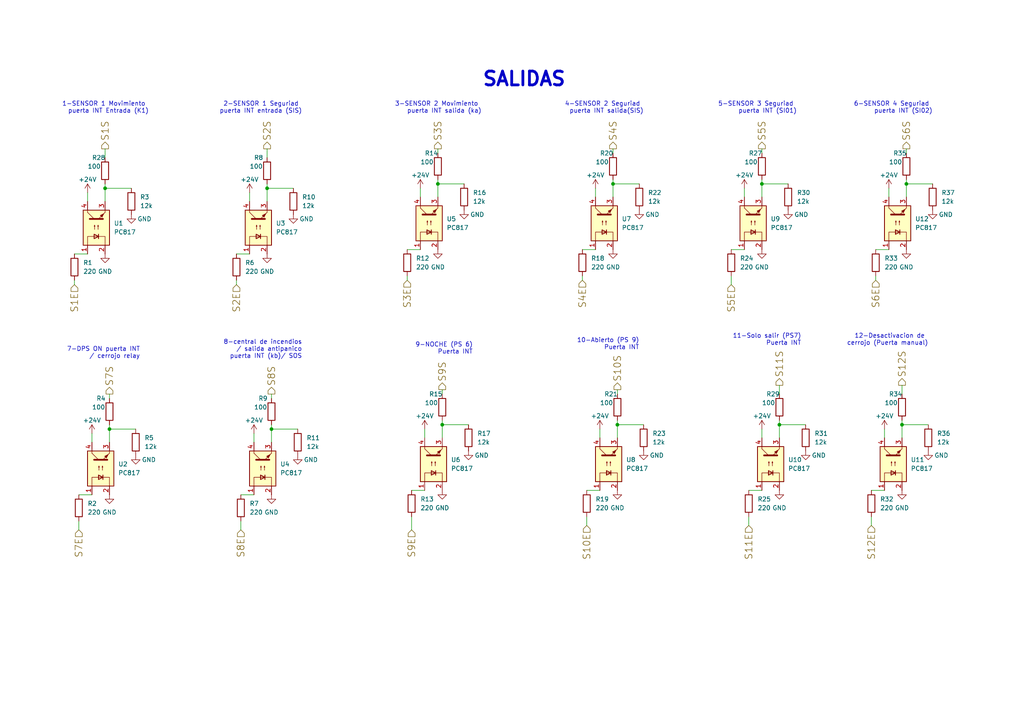
<source format=kicad_sch>
(kicad_sch (version 20211123) (generator eeschema)

  (uuid f778c075-b58b-4172-9647-f1b7bcb56686)

  (paper "A4")

  (lib_symbols
    (symbol "Device:R" (pin_numbers hide) (pin_names (offset 0)) (in_bom yes) (on_board yes)
      (property "Reference" "R" (id 0) (at 2.032 0 90)
        (effects (font (size 1.27 1.27)))
      )
      (property "Value" "R" (id 1) (at 0 0 90)
        (effects (font (size 1.27 1.27)))
      )
      (property "Footprint" "" (id 2) (at -1.778 0 90)
        (effects (font (size 1.27 1.27)) hide)
      )
      (property "Datasheet" "~" (id 3) (at 0 0 0)
        (effects (font (size 1.27 1.27)) hide)
      )
      (property "ki_keywords" "R res resistor" (id 4) (at 0 0 0)
        (effects (font (size 1.27 1.27)) hide)
      )
      (property "ki_description" "Resistor" (id 5) (at 0 0 0)
        (effects (font (size 1.27 1.27)) hide)
      )
      (property "ki_fp_filters" "R_*" (id 6) (at 0 0 0)
        (effects (font (size 1.27 1.27)) hide)
      )
      (symbol "R_0_1"
        (rectangle (start -1.016 -2.54) (end 1.016 2.54)
          (stroke (width 0.254) (type default) (color 0 0 0 0))
          (fill (type none))
        )
      )
      (symbol "R_1_1"
        (pin passive line (at 0 3.81 270) (length 1.27)
          (name "~" (effects (font (size 1.27 1.27))))
          (number "1" (effects (font (size 1.27 1.27))))
        )
        (pin passive line (at 0 -3.81 90) (length 1.27)
          (name "~" (effects (font (size 1.27 1.27))))
          (number "2" (effects (font (size 1.27 1.27))))
        )
      )
    )
    (symbol "Isolator:PC817" (pin_names (offset 1.016)) (in_bom yes) (on_board yes)
      (property "Reference" "U" (id 0) (at -5.08 5.08 0)
        (effects (font (size 1.27 1.27)) (justify left))
      )
      (property "Value" "PC817" (id 1) (at 0 5.08 0)
        (effects (font (size 1.27 1.27)) (justify left))
      )
      (property "Footprint" "Package_DIP:DIP-4_W7.62mm" (id 2) (at -5.08 -5.08 0)
        (effects (font (size 1.27 1.27) italic) (justify left) hide)
      )
      (property "Datasheet" "http://www.soselectronic.cz/a_info/resource/d/pc817.pdf" (id 3) (at 0 0 0)
        (effects (font (size 1.27 1.27)) (justify left) hide)
      )
      (property "ki_keywords" "NPN DC Optocoupler" (id 4) (at 0 0 0)
        (effects (font (size 1.27 1.27)) hide)
      )
      (property "ki_description" "DC Optocoupler, Vce 35V, CTR 50-300%, DIP-4" (id 5) (at 0 0 0)
        (effects (font (size 1.27 1.27)) hide)
      )
      (property "ki_fp_filters" "DIP*W7.62mm*" (id 6) (at 0 0 0)
        (effects (font (size 1.27 1.27)) hide)
      )
      (symbol "PC817_0_1"
        (rectangle (start -5.08 3.81) (end 5.08 -3.81)
          (stroke (width 0.254) (type default) (color 0 0 0 0))
          (fill (type background))
        )
        (polyline
          (pts
            (xy -3.175 -0.635)
            (xy -1.905 -0.635)
          )
          (stroke (width 0.254) (type default) (color 0 0 0 0))
          (fill (type none))
        )
        (polyline
          (pts
            (xy 2.54 0.635)
            (xy 4.445 2.54)
          )
          (stroke (width 0) (type default) (color 0 0 0 0))
          (fill (type none))
        )
        (polyline
          (pts
            (xy 4.445 -2.54)
            (xy 2.54 -0.635)
          )
          (stroke (width 0) (type default) (color 0 0 0 0))
          (fill (type outline))
        )
        (polyline
          (pts
            (xy 4.445 -2.54)
            (xy 5.08 -2.54)
          )
          (stroke (width 0) (type default) (color 0 0 0 0))
          (fill (type none))
        )
        (polyline
          (pts
            (xy 4.445 2.54)
            (xy 5.08 2.54)
          )
          (stroke (width 0) (type default) (color 0 0 0 0))
          (fill (type none))
        )
        (polyline
          (pts
            (xy -5.08 2.54)
            (xy -2.54 2.54)
            (xy -2.54 -0.635)
          )
          (stroke (width 0) (type default) (color 0 0 0 0))
          (fill (type none))
        )
        (polyline
          (pts
            (xy -2.54 -0.635)
            (xy -2.54 -2.54)
            (xy -5.08 -2.54)
          )
          (stroke (width 0) (type default) (color 0 0 0 0))
          (fill (type none))
        )
        (polyline
          (pts
            (xy 2.54 1.905)
            (xy 2.54 -1.905)
            (xy 2.54 -1.905)
          )
          (stroke (width 0.508) (type default) (color 0 0 0 0))
          (fill (type none))
        )
        (polyline
          (pts
            (xy -2.54 -0.635)
            (xy -3.175 0.635)
            (xy -1.905 0.635)
            (xy -2.54 -0.635)
          )
          (stroke (width 0.254) (type default) (color 0 0 0 0))
          (fill (type none))
        )
        (polyline
          (pts
            (xy -0.508 -0.508)
            (xy 0.762 -0.508)
            (xy 0.381 -0.635)
            (xy 0.381 -0.381)
            (xy 0.762 -0.508)
          )
          (stroke (width 0) (type default) (color 0 0 0 0))
          (fill (type none))
        )
        (polyline
          (pts
            (xy -0.508 0.508)
            (xy 0.762 0.508)
            (xy 0.381 0.381)
            (xy 0.381 0.635)
            (xy 0.762 0.508)
          )
          (stroke (width 0) (type default) (color 0 0 0 0))
          (fill (type none))
        )
        (polyline
          (pts
            (xy 3.048 -1.651)
            (xy 3.556 -1.143)
            (xy 4.064 -2.159)
            (xy 3.048 -1.651)
            (xy 3.048 -1.651)
          )
          (stroke (width 0) (type default) (color 0 0 0 0))
          (fill (type outline))
        )
      )
      (symbol "PC817_1_1"
        (pin passive line (at -7.62 2.54 0) (length 2.54)
          (name "~" (effects (font (size 1.27 1.27))))
          (number "1" (effects (font (size 1.27 1.27))))
        )
        (pin passive line (at -7.62 -2.54 0) (length 2.54)
          (name "~" (effects (font (size 1.27 1.27))))
          (number "2" (effects (font (size 1.27 1.27))))
        )
        (pin passive line (at 7.62 -2.54 180) (length 2.54)
          (name "~" (effects (font (size 1.27 1.27))))
          (number "3" (effects (font (size 1.27 1.27))))
        )
        (pin passive line (at 7.62 2.54 180) (length 2.54)
          (name "~" (effects (font (size 1.27 1.27))))
          (number "4" (effects (font (size 1.27 1.27))))
        )
      )
    )
    (symbol "power:+24V" (power) (pin_names (offset 0)) (in_bom yes) (on_board yes)
      (property "Reference" "#PWR" (id 0) (at 0 -3.81 0)
        (effects (font (size 1.27 1.27)) hide)
      )
      (property "Value" "+24V" (id 1) (at 0 3.556 0)
        (effects (font (size 1.27 1.27)))
      )
      (property "Footprint" "" (id 2) (at 0 0 0)
        (effects (font (size 1.27 1.27)) hide)
      )
      (property "Datasheet" "" (id 3) (at 0 0 0)
        (effects (font (size 1.27 1.27)) hide)
      )
      (property "ki_keywords" "power-flag" (id 4) (at 0 0 0)
        (effects (font (size 1.27 1.27)) hide)
      )
      (property "ki_description" "Power symbol creates a global label with name \"+24V\"" (id 5) (at 0 0 0)
        (effects (font (size 1.27 1.27)) hide)
      )
      (symbol "+24V_0_1"
        (polyline
          (pts
            (xy -0.762 1.27)
            (xy 0 2.54)
          )
          (stroke (width 0) (type default) (color 0 0 0 0))
          (fill (type none))
        )
        (polyline
          (pts
            (xy 0 0)
            (xy 0 2.54)
          )
          (stroke (width 0) (type default) (color 0 0 0 0))
          (fill (type none))
        )
        (polyline
          (pts
            (xy 0 2.54)
            (xy 0.762 1.27)
          )
          (stroke (width 0) (type default) (color 0 0 0 0))
          (fill (type none))
        )
      )
      (symbol "+24V_1_1"
        (pin power_in line (at 0 0 90) (length 0) hide
          (name "+24V" (effects (font (size 1.27 1.27))))
          (number "1" (effects (font (size 1.27 1.27))))
        )
      )
    )
    (symbol "power:GND" (power) (pin_names (offset 0)) (in_bom yes) (on_board yes)
      (property "Reference" "#PWR" (id 0) (at 0 -6.35 0)
        (effects (font (size 1.27 1.27)) hide)
      )
      (property "Value" "GND" (id 1) (at 0 -3.81 0)
        (effects (font (size 1.27 1.27)))
      )
      (property "Footprint" "" (id 2) (at 0 0 0)
        (effects (font (size 1.27 1.27)) hide)
      )
      (property "Datasheet" "" (id 3) (at 0 0 0)
        (effects (font (size 1.27 1.27)) hide)
      )
      (property "ki_keywords" "power-flag" (id 4) (at 0 0 0)
        (effects (font (size 1.27 1.27)) hide)
      )
      (property "ki_description" "Power symbol creates a global label with name \"GND\" , ground" (id 5) (at 0 0 0)
        (effects (font (size 1.27 1.27)) hide)
      )
      (symbol "GND_0_1"
        (polyline
          (pts
            (xy 0 0)
            (xy 0 -1.27)
            (xy 1.27 -1.27)
            (xy 0 -2.54)
            (xy -1.27 -1.27)
            (xy 0 -1.27)
          )
          (stroke (width 0) (type default) (color 0 0 0 0))
          (fill (type none))
        )
      )
      (symbol "GND_1_1"
        (pin power_in line (at 0 0 270) (length 0) hide
          (name "GND" (effects (font (size 1.27 1.27))))
          (number "1" (effects (font (size 1.27 1.27))))
        )
      )
    )
  )

  (junction (at 226.06 123.19) (diameter 0) (color 0 0 0 0)
    (uuid 02d7a007-6e76-4a32-ae2a-6ff5e6646c58)
  )
  (junction (at 128.27 123.19) (diameter 0) (color 0 0 0 0)
    (uuid 3c3c39dd-d9a4-4d8d-aaa7-379b32d1fe07)
  )
  (junction (at 78.74 124.46) (diameter 0) (color 0 0 0 0)
    (uuid 57a716aa-dc26-4568-9c9b-37989cf8edd4)
  )
  (junction (at 77.47 54.61) (diameter 0) (color 0 0 0 0)
    (uuid 86d6f127-d201-46c3-9e31-c5718a3960a1)
  )
  (junction (at 262.89 53.34) (diameter 0) (color 0 0 0 0)
    (uuid 88a80f59-22a2-4aa0-99d0-87bb97836c0e)
  )
  (junction (at 220.98 53.34) (diameter 0) (color 0 0 0 0)
    (uuid 8d2e62e0-604c-433d-b49c-ecb45f99e6bf)
  )
  (junction (at 31.75 124.46) (diameter 0) (color 0 0 0 0)
    (uuid 93cff711-f1be-423e-91ba-d475f771f902)
  )
  (junction (at 30.48 54.61) (diameter 0) (color 0 0 0 0)
    (uuid af3fe613-bb83-4208-a741-c685ca7238dd)
  )
  (junction (at 177.8 53.34) (diameter 0) (color 0 0 0 0)
    (uuid de75271f-a14c-4d32-a994-c86dccaaf584)
  )
  (junction (at 179.07 123.19) (diameter 0) (color 0 0 0 0)
    (uuid e0b3db41-ef15-437e-ac70-6214485dcdae)
  )
  (junction (at 127 53.34) (diameter 0) (color 0 0 0 0)
    (uuid e0f15237-dec5-45a3-ad67-18fa38e99b6b)
  )
  (junction (at 261.62 123.19) (diameter 0) (color 0 0 0 0)
    (uuid e31dc84c-8096-42bd-8725-142e977b261c)
  )

  (wire (pts (xy 119.38 142.24) (xy 123.19 142.24))
    (stroke (width 0) (type default) (color 0 0 0 0))
    (uuid 013a2885-73cd-4ff7-9d11-3642ff741296)
  )
  (wire (pts (xy 254 80.01) (xy 254 81.28))
    (stroke (width 0) (type default) (color 0 0 0 0))
    (uuid 05aa08e4-384c-4ccf-8611-05898dc88002)
  )
  (wire (pts (xy 128.27 123.19) (xy 128.27 127))
    (stroke (width 0) (type default) (color 0 0 0 0))
    (uuid 05ea930d-cfc4-4ba8-94bc-b59035c33525)
  )
  (wire (pts (xy 220.98 52.07) (xy 220.98 53.34))
    (stroke (width 0) (type default) (color 0 0 0 0))
    (uuid 0bb7c993-5907-445e-a0e9-160083e0d500)
  )
  (wire (pts (xy 78.74 114.3) (xy 78.74 115.57))
    (stroke (width 0) (type default) (color 0 0 0 0))
    (uuid 0c19c977-4d32-40dc-a2c7-58f9967d7ce8)
  )
  (wire (pts (xy 78.74 124.46) (xy 78.74 128.27))
    (stroke (width 0) (type default) (color 0 0 0 0))
    (uuid 0c760eae-1711-4f14-852a-6dd643d3a272)
  )
  (wire (pts (xy 69.85 143.51) (xy 73.66 143.51))
    (stroke (width 0) (type default) (color 0 0 0 0))
    (uuid 0edea689-3534-4edc-9f12-6fdd5707f5f6)
  )
  (wire (pts (xy 261.62 121.92) (xy 261.62 123.19))
    (stroke (width 0) (type default) (color 0 0 0 0))
    (uuid 11877cc0-ae49-45b4-b698-38c703175b83)
  )
  (wire (pts (xy 173.99 124.46) (xy 173.99 127))
    (stroke (width 0) (type default) (color 0 0 0 0))
    (uuid 1307b44c-e485-4784-8b14-8e4bc468c1cf)
  )
  (wire (pts (xy 262.89 53.34) (xy 262.89 57.15))
    (stroke (width 0) (type default) (color 0 0 0 0))
    (uuid 154c2451-ed0b-4a42-94f5-3032fdbb52fd)
  )
  (wire (pts (xy 123.19 124.46) (xy 123.19 127))
    (stroke (width 0) (type default) (color 0 0 0 0))
    (uuid 1dbf98c9-d0be-461a-9cf1-977e936f26a2)
  )
  (wire (pts (xy 252.73 142.24) (xy 256.54 142.24))
    (stroke (width 0) (type default) (color 0 0 0 0))
    (uuid 1df2b455-e423-4e74-ab6f-5034865b8b29)
  )
  (wire (pts (xy 21.59 73.66) (xy 25.4 73.66))
    (stroke (width 0) (type default) (color 0 0 0 0))
    (uuid 2984269e-7e19-4d75-bac8-b58a03e00dce)
  )
  (wire (pts (xy 127 53.34) (xy 127 57.15))
    (stroke (width 0) (type default) (color 0 0 0 0))
    (uuid 29e24fb0-3336-4261-9504-f860a4734a01)
  )
  (wire (pts (xy 78.74 123.19) (xy 78.74 124.46))
    (stroke (width 0) (type default) (color 0 0 0 0))
    (uuid 331e0c8a-701a-47cc-b082-3752534a7a0f)
  )
  (wire (pts (xy 119.38 149.86) (xy 119.38 153.67))
    (stroke (width 0) (type default) (color 0 0 0 0))
    (uuid 348f0d7b-2844-4736-b830-1a05031da0ec)
  )
  (wire (pts (xy 262.89 53.34) (xy 270.51 53.34))
    (stroke (width 0) (type default) (color 0 0 0 0))
    (uuid 34e01cef-c84b-4b0a-8e55-ca5821c4e8ae)
  )
  (wire (pts (xy 30.48 53.34) (xy 30.48 54.61))
    (stroke (width 0) (type default) (color 0 0 0 0))
    (uuid 34f34e32-a6ed-4918-b7b0-f34dba1ea5ed)
  )
  (wire (pts (xy 26.67 125.73) (xy 26.67 128.27))
    (stroke (width 0) (type default) (color 0 0 0 0))
    (uuid 3a4a5276-bd4e-4248-9fb4-6bf0152e8c14)
  )
  (wire (pts (xy 68.58 81.28) (xy 68.58 82.55))
    (stroke (width 0) (type default) (color 0 0 0 0))
    (uuid 3c15f3d3-4638-4f6b-b809-dfd9fe3d9458)
  )
  (wire (pts (xy 179.07 123.19) (xy 186.69 123.19))
    (stroke (width 0) (type default) (color 0 0 0 0))
    (uuid 3d889e6b-f49c-4fc4-be90-29d6110ecbe5)
  )
  (wire (pts (xy 220.98 43.18) (xy 220.98 44.45))
    (stroke (width 0) (type default) (color 0 0 0 0))
    (uuid 4071664f-9e55-4e0c-b5be-81827bd321e5)
  )
  (wire (pts (xy 73.66 125.73) (xy 73.66 128.27))
    (stroke (width 0) (type default) (color 0 0 0 0))
    (uuid 417d798b-59aa-4320-9db4-e5687e9b4974)
  )
  (wire (pts (xy 262.89 52.07) (xy 262.89 53.34))
    (stroke (width 0) (type default) (color 0 0 0 0))
    (uuid 4275566b-bb31-42c5-af82-f93d712c5edb)
  )
  (wire (pts (xy 179.07 123.19) (xy 179.07 127))
    (stroke (width 0) (type default) (color 0 0 0 0))
    (uuid 469a82f7-d029-444d-9e2d-27ba0bcbcc58)
  )
  (wire (pts (xy 118.11 72.39) (xy 121.92 72.39))
    (stroke (width 0) (type default) (color 0 0 0 0))
    (uuid 491a8531-e7ff-4599-8dca-4f540ecf52db)
  )
  (wire (pts (xy 254 72.39) (xy 257.81 72.39))
    (stroke (width 0) (type default) (color 0 0 0 0))
    (uuid 51fac37c-0f3f-46a5-b6fe-1076c022bc46)
  )
  (wire (pts (xy 261.62 111.76) (xy 261.62 114.3))
    (stroke (width 0) (type default) (color 0 0 0 0))
    (uuid 54419ea7-b9a4-42cd-8e28-7f9abe2daee6)
  )
  (wire (pts (xy 77.47 54.61) (xy 85.09 54.61))
    (stroke (width 0) (type default) (color 0 0 0 0))
    (uuid 5677744a-a635-47e6-b763-c07506bcf8ec)
  )
  (wire (pts (xy 168.91 80.01) (xy 168.91 81.28))
    (stroke (width 0) (type default) (color 0 0 0 0))
    (uuid 5f20fbee-f537-45ae-a0fa-30c4ad2c2846)
  )
  (wire (pts (xy 127 43.18) (xy 127 44.45))
    (stroke (width 0) (type default) (color 0 0 0 0))
    (uuid 5f5e921a-cc32-4163-a8cb-9bdabab07c86)
  )
  (wire (pts (xy 212.09 72.39) (xy 215.9 72.39))
    (stroke (width 0) (type default) (color 0 0 0 0))
    (uuid 600b8d2c-4c9e-44e7-94a0-cfbc792a569e)
  )
  (wire (pts (xy 179.07 121.92) (xy 179.07 123.19))
    (stroke (width 0) (type default) (color 0 0 0 0))
    (uuid 6205e656-ff6e-4f4f-a0fe-ff8ee3e14c92)
  )
  (wire (pts (xy 69.85 151.13) (xy 69.85 153.67))
    (stroke (width 0) (type default) (color 0 0 0 0))
    (uuid 627216b5-6291-488a-912f-0757c0af1675)
  )
  (wire (pts (xy 177.8 43.18) (xy 177.8 44.45))
    (stroke (width 0) (type default) (color 0 0 0 0))
    (uuid 637c5967-2ab9-42b4-81fc-d10cd9690634)
  )
  (wire (pts (xy 68.58 73.66) (xy 72.39 73.66))
    (stroke (width 0) (type default) (color 0 0 0 0))
    (uuid 67cf8e67-7228-4c5e-8836-87b729219c48)
  )
  (wire (pts (xy 78.74 124.46) (xy 86.36 124.46))
    (stroke (width 0) (type default) (color 0 0 0 0))
    (uuid 6f6e6379-dc94-4612-a7d8-71665cb359dc)
  )
  (wire (pts (xy 30.48 54.61) (xy 30.48 58.42))
    (stroke (width 0) (type default) (color 0 0 0 0))
    (uuid 70d40342-27d8-4588-96e5-1806beb3eff8)
  )
  (wire (pts (xy 31.75 123.19) (xy 31.75 124.46))
    (stroke (width 0) (type default) (color 0 0 0 0))
    (uuid 7366489f-e696-4360-9016-9826374c1a01)
  )
  (wire (pts (xy 261.62 123.19) (xy 261.62 127))
    (stroke (width 0) (type default) (color 0 0 0 0))
    (uuid 743dd827-60e9-475e-9a44-fbfbc2401d4d)
  )
  (wire (pts (xy 172.72 54.61) (xy 172.72 57.15))
    (stroke (width 0) (type default) (color 0 0 0 0))
    (uuid 750ead81-3477-40ef-87ca-b4962ea48286)
  )
  (wire (pts (xy 72.39 55.88) (xy 72.39 58.42))
    (stroke (width 0) (type default) (color 0 0 0 0))
    (uuid 7513bb76-7128-4f70-a96a-8b1ec8394566)
  )
  (wire (pts (xy 220.98 124.46) (xy 220.98 127))
    (stroke (width 0) (type default) (color 0 0 0 0))
    (uuid 75efcb19-6f2e-4c2a-a3e4-611525d782db)
  )
  (wire (pts (xy 220.98 53.34) (xy 228.6 53.34))
    (stroke (width 0) (type default) (color 0 0 0 0))
    (uuid 77b1c50f-5e20-4153-8c1c-f49359caf2dd)
  )
  (wire (pts (xy 31.75 114.3) (xy 31.75 115.57))
    (stroke (width 0) (type default) (color 0 0 0 0))
    (uuid 906ccfde-68fb-4837-9340-e4968b31a34f)
  )
  (wire (pts (xy 77.47 43.18) (xy 77.47 45.72))
    (stroke (width 0) (type default) (color 0 0 0 0))
    (uuid 97399b50-1df5-45bc-8a60-d4f77b1ee006)
  )
  (wire (pts (xy 212.09 80.01) (xy 212.09 82.55))
    (stroke (width 0) (type default) (color 0 0 0 0))
    (uuid 99cdb674-fd33-4a90-afff-3c0bff23d5d6)
  )
  (wire (pts (xy 217.17 142.24) (xy 220.98 142.24))
    (stroke (width 0) (type default) (color 0 0 0 0))
    (uuid 9c17b445-7902-4d28-9890-263916c1520d)
  )
  (wire (pts (xy 168.91 72.39) (xy 172.72 72.39))
    (stroke (width 0) (type default) (color 0 0 0 0))
    (uuid 9c98cb95-c8cb-43ea-a68f-8a6e308bc420)
  )
  (wire (pts (xy 127 53.34) (xy 134.62 53.34))
    (stroke (width 0) (type default) (color 0 0 0 0))
    (uuid 9f9c4df4-fb11-4b6c-ad92-d8193bd03fd6)
  )
  (wire (pts (xy 217.17 149.86) (xy 217.17 152.4))
    (stroke (width 0) (type default) (color 0 0 0 0))
    (uuid a9cc5db9-d4b1-47a9-b82c-a57faf1a78e4)
  )
  (wire (pts (xy 30.48 54.61) (xy 38.1 54.61))
    (stroke (width 0) (type default) (color 0 0 0 0))
    (uuid aaca0531-c8be-41a4-a45b-a4a5a25c6743)
  )
  (wire (pts (xy 226.06 123.19) (xy 226.06 127))
    (stroke (width 0) (type default) (color 0 0 0 0))
    (uuid b1ea0e90-43f9-4045-8602-f4214e111ce8)
  )
  (wire (pts (xy 177.8 53.34) (xy 177.8 57.15))
    (stroke (width 0) (type default) (color 0 0 0 0))
    (uuid b3a7b3b6-1395-45ed-a987-e7ed2822d82f)
  )
  (wire (pts (xy 256.54 124.46) (xy 256.54 127))
    (stroke (width 0) (type default) (color 0 0 0 0))
    (uuid b5fa174f-9b13-4457-b8d2-cc8ac522ff67)
  )
  (wire (pts (xy 128.27 121.92) (xy 128.27 123.19))
    (stroke (width 0) (type default) (color 0 0 0 0))
    (uuid b6ccd433-b826-4853-98a7-93d91240f5ba)
  )
  (wire (pts (xy 25.4 55.88) (xy 25.4 58.42))
    (stroke (width 0) (type default) (color 0 0 0 0))
    (uuid bd8fc1cf-541c-4d56-84b6-ca9bfdc8b55c)
  )
  (wire (pts (xy 215.9 54.61) (xy 215.9 57.15))
    (stroke (width 0) (type default) (color 0 0 0 0))
    (uuid bda7cd42-e91c-42db-b1fe-4b44ba06803d)
  )
  (wire (pts (xy 226.06 111.76) (xy 226.06 114.3))
    (stroke (width 0) (type default) (color 0 0 0 0))
    (uuid bdb52dba-f91e-44ad-9539-a64642b272ad)
  )
  (wire (pts (xy 261.62 123.19) (xy 269.24 123.19))
    (stroke (width 0) (type default) (color 0 0 0 0))
    (uuid bde796d6-7c10-4cee-bf71-225a5f88a464)
  )
  (wire (pts (xy 22.86 143.51) (xy 26.67 143.51))
    (stroke (width 0) (type default) (color 0 0 0 0))
    (uuid bdeea147-06b1-4fe0-9e19-de111e021874)
  )
  (wire (pts (xy 77.47 53.34) (xy 77.47 54.61))
    (stroke (width 0) (type default) (color 0 0 0 0))
    (uuid c73e14bf-a248-404d-973c-9eafcf6a1b59)
  )
  (wire (pts (xy 121.92 54.61) (xy 121.92 57.15))
    (stroke (width 0) (type default) (color 0 0 0 0))
    (uuid cb8a1fc6-96b0-4cfe-b1e7-bf110c84a33a)
  )
  (wire (pts (xy 30.48 43.18) (xy 30.48 45.72))
    (stroke (width 0) (type default) (color 0 0 0 0))
    (uuid ccc87dc7-6daf-4849-9726-ef45eff5d341)
  )
  (wire (pts (xy 31.75 124.46) (xy 39.37 124.46))
    (stroke (width 0) (type default) (color 0 0 0 0))
    (uuid cfdbdf8e-509b-4775-8972-7f4a137849bd)
  )
  (wire (pts (xy 127 52.07) (xy 127 53.34))
    (stroke (width 0) (type default) (color 0 0 0 0))
    (uuid d1002c97-0232-4720-b4a0-4b817cbf6155)
  )
  (wire (pts (xy 257.81 54.61) (xy 257.81 57.15))
    (stroke (width 0) (type default) (color 0 0 0 0))
    (uuid d291d956-6b43-4e20-9aa6-2f6aa6f96a58)
  )
  (wire (pts (xy 226.06 121.92) (xy 226.06 123.19))
    (stroke (width 0) (type default) (color 0 0 0 0))
    (uuid d441c4e1-b319-4398-a7e7-17108ac0b0aa)
  )
  (wire (pts (xy 128.27 113.03) (xy 128.27 114.3))
    (stroke (width 0) (type default) (color 0 0 0 0))
    (uuid d5f09bda-0933-4d7c-befd-c530df0fb3dd)
  )
  (wire (pts (xy 262.89 43.18) (xy 262.89 44.45))
    (stroke (width 0) (type default) (color 0 0 0 0))
    (uuid d672775e-1038-40de-8ddc-bdfa7f4c7bf2)
  )
  (wire (pts (xy 170.18 149.86) (xy 170.18 152.4))
    (stroke (width 0) (type default) (color 0 0 0 0))
    (uuid d69b54d0-8f85-451a-af32-f3140b90a22e)
  )
  (wire (pts (xy 77.47 54.61) (xy 77.47 58.42))
    (stroke (width 0) (type default) (color 0 0 0 0))
    (uuid d8b0d24d-abe7-4cd6-9544-01351bb9960d)
  )
  (wire (pts (xy 252.73 149.86) (xy 252.73 152.4))
    (stroke (width 0) (type default) (color 0 0 0 0))
    (uuid e332ad9e-88cd-417f-aa6f-05ad4e541c82)
  )
  (wire (pts (xy 226.06 123.19) (xy 233.68 123.19))
    (stroke (width 0) (type default) (color 0 0 0 0))
    (uuid e36b891a-563a-4d7f-9a52-6bd445fa7ed9)
  )
  (wire (pts (xy 21.59 81.28) (xy 21.59 82.55))
    (stroke (width 0) (type default) (color 0 0 0 0))
    (uuid e4ec83cf-df26-486b-b0f9-10fef9226c18)
  )
  (wire (pts (xy 128.27 123.19) (xy 135.89 123.19))
    (stroke (width 0) (type default) (color 0 0 0 0))
    (uuid e92c8bf1-2b66-4b2d-a448-9bd5c65774df)
  )
  (wire (pts (xy 31.75 124.46) (xy 31.75 128.27))
    (stroke (width 0) (type default) (color 0 0 0 0))
    (uuid ea952333-0c6f-48f6-89c2-363f6aece8ff)
  )
  (wire (pts (xy 220.98 53.34) (xy 220.98 57.15))
    (stroke (width 0) (type default) (color 0 0 0 0))
    (uuid ec92e1d4-9c58-45b9-80ac-a4e2c788f897)
  )
  (wire (pts (xy 177.8 53.34) (xy 185.42 53.34))
    (stroke (width 0) (type default) (color 0 0 0 0))
    (uuid ecfe0bed-07c5-4125-bcd1-9553736d672b)
  )
  (wire (pts (xy 179.07 113.03) (xy 179.07 114.3))
    (stroke (width 0) (type default) (color 0 0 0 0))
    (uuid ee295230-3f0d-4096-b4d4-89eda80ad227)
  )
  (wire (pts (xy 22.86 151.13) (xy 22.86 153.67))
    (stroke (width 0) (type default) (color 0 0 0 0))
    (uuid ee796214-840e-4f21-93d3-dc82eb836fe7)
  )
  (wire (pts (xy 118.11 80.01) (xy 118.11 81.28))
    (stroke (width 0) (type default) (color 0 0 0 0))
    (uuid fb7ef393-26c9-4003-af53-8469ca1fa6ee)
  )
  (wire (pts (xy 177.8 52.07) (xy 177.8 53.34))
    (stroke (width 0) (type default) (color 0 0 0 0))
    (uuid fd3db507-bda7-457b-963e-14237313d32f)
  )
  (wire (pts (xy 170.18 142.24) (xy 173.99 142.24))
    (stroke (width 0) (type default) (color 0 0 0 0))
    (uuid ff964970-5e4b-4ac0-80bd-6bd02022cbef)
  )

  (text "9-NOCHE (PS 6)\nPuerta INT" (at 137.16 102.87 180)
    (effects (font (size 1.27 1.27)) (justify right bottom))
    (uuid 03e1e97e-9ecb-4e86-a023-7405645f8a7c)
  )
  (text "SALIDAS" (at 139.7 25.4 0)
    (effects (font (size 4 4) (thickness 0.8) bold) (justify left bottom))
    (uuid 0e0587a9-43e3-4aea-8567-1e50ae89ea90)
  )
  (text "5-SENSOR 3 Seguriad \npuerta INT (SI01)" (at 231.14 33.02 180)
    (effects (font (size 1.27 1.27)) (justify right bottom))
    (uuid 2193aeb9-c362-4d00-ab73-12ee107c02ab)
  )
  (text "7-DPS ON puerta INT\n/ cerrojo relay" (at 40.64 104.14 180)
    (effects (font (size 1.27 1.27)) (justify right bottom))
    (uuid 2c26bb6a-b746-48b8-964d-881fb25935e7)
  )
  (text "8-central de incendios\n/ salida antipanico\npuerta INT (kb)/ SOS"
    (at 87.63 104.14 0)
    (effects (font (size 1.27 1.27)) (justify right bottom))
    (uuid 365c5de6-5c9a-4576-a760-16d822d05949)
  )
  (text "4-SENSOR 2 Seguriad \npuerta INT salida(SIS)" (at 186.69 33.02 180)
    (effects (font (size 1.27 1.27)) (justify right bottom))
    (uuid 3d7ab560-f222-4d7a-b1d7-dde0feeabc17)
  )
  (text "3-SENSOR 2 Movimiento \npuerta INT salida (ka)" (at 139.7 33.02 180)
    (effects (font (size 1.27 1.27)) (justify right bottom))
    (uuid 44a8edcc-d7c5-45d9-bc5b-c4702b4faa3a)
  )
  (text "11-Solo salir (PS7)\nPuerta INT" (at 232.41 100.33 180)
    (effects (font (size 1.27 1.27)) (justify right bottom))
    (uuid 45586d4b-327f-4549-83b4-c8a48b9aca3f)
  )
  (text "12-Desactivacion de \ncerrojo (Puerta manual)" (at 269.24 100.33 180)
    (effects (font (size 1.27 1.27)) (justify right bottom))
    (uuid 54955aa0-b0fe-4dbf-8044-67e18c699c88)
  )
  (text "2-SENSOR 1 Seguriad \npuerta INT entrada (SIS)" (at 87.63 33.02 180)
    (effects (font (size 1.27 1.27)) (justify right bottom))
    (uuid 91246134-7bb1-4e43-9d6e-f782ecbcee03)
  )
  (text "1-SENSOR 1 Movimiento \npuerta INT Entrada (K1)" (at 43.18 33.02 180)
    (effects (font (size 1.27 1.27)) (justify right bottom))
    (uuid 9bd06f95-164b-4643-8a5e-eb281a1eb484)
  )
  (text "6-SENSOR 4 Seguriad \npuerta INT (SI02)" (at 270.51 33.02 180)
    (effects (font (size 1.27 1.27)) (justify right bottom))
    (uuid b70bb062-58e1-4820-b253-996d16005c23)
  )
  (text "10-Abierto (PS 9)\nPuerta INT" (at 185.42 101.6 180)
    (effects (font (size 1.27 1.27)) (justify right bottom))
    (uuid f3a7e15f-74a1-4cc4-8b1f-bacdcfac1cbd)
  )

  (hierarchical_label "S9E" (shape input) (at 119.38 153.67 270)
    (effects (font (size 2 2)) (justify right))
    (uuid 0af7d39b-d5c9-4a49-8963-dc4e04db85d2)
  )
  (hierarchical_label "S2S" (shape output) (at 77.47 43.18 90)
    (effects (font (size 2 2)) (justify left))
    (uuid 120ca7e1-9df9-43e6-a1b2-53a673061963)
  )
  (hierarchical_label "S1S" (shape output) (at 30.48 43.18 90)
    (effects (font (size 2 2)) (justify left))
    (uuid 36536600-1ab3-4fb8-aa31-a2c2001b8e9f)
  )
  (hierarchical_label "S5S" (shape output) (at 220.98 43.18 90)
    (effects (font (size 2 2)) (justify left))
    (uuid 420ae59b-8403-4bcc-9f26-1cf9b413103a)
  )
  (hierarchical_label "S7S" (shape output) (at 31.75 114.3 90)
    (effects (font (size 2 2)) (justify left))
    (uuid 42a71d4d-3571-4b19-a8d9-598863173c98)
  )
  (hierarchical_label "S10E" (shape input) (at 170.18 152.4 270)
    (effects (font (size 2 2)) (justify right))
    (uuid 43610b5a-04be-4e89-b659-5e77a527ead6)
  )
  (hierarchical_label "S1E" (shape input) (at 21.59 82.55 270)
    (effects (font (size 2 2)) (justify right))
    (uuid 4ac8561d-9cde-46e1-89e5-6241a65d56b0)
  )
  (hierarchical_label "S4S" (shape output) (at 177.8 43.18 90)
    (effects (font (size 2 2)) (justify left))
    (uuid 4feafe23-6b21-49ab-a5dd-6765f4819592)
  )
  (hierarchical_label "S3E" (shape input) (at 118.11 81.28 270)
    (effects (font (size 2 2)) (justify right))
    (uuid 66f90cdb-a857-4785-b248-1b75950d0be5)
  )
  (hierarchical_label "S3S" (shape output) (at 127 43.18 90)
    (effects (font (size 2 2)) (justify left))
    (uuid 6d5d5217-f13f-4b01-8a05-7c56964efb22)
  )
  (hierarchical_label "S8S" (shape output) (at 78.74 114.3 90)
    (effects (font (size 2 2)) (justify left))
    (uuid 6f649547-e1d7-4cd0-a7bd-d42bdfe8a48c)
  )
  (hierarchical_label "S12E" (shape input) (at 252.73 152.4 270)
    (effects (font (size 2 2)) (justify right))
    (uuid 749d4e55-948b-49ac-b882-eea14bb27a0c)
  )
  (hierarchical_label "S6S" (shape output) (at 262.89 43.18 90)
    (effects (font (size 2 2)) (justify left))
    (uuid 7777a735-d7fb-43cd-ab0f-314d927d7364)
  )
  (hierarchical_label "S9S" (shape output) (at 128.27 113.03 90)
    (effects (font (size 2 2)) (justify left))
    (uuid 7da4062d-8cfb-40a1-a991-08013fbc1f80)
  )
  (hierarchical_label "S7E" (shape input) (at 22.86 153.67 270)
    (effects (font (size 2 2)) (justify right))
    (uuid 8d554f49-e39d-4199-8e86-57c75c0b41c4)
  )
  (hierarchical_label "S12S" (shape output) (at 261.62 111.76 90)
    (effects (font (size 2 2)) (justify left))
    (uuid 940d5b6c-0b6a-4bab-a1c2-0cc6708375be)
  )
  (hierarchical_label "S6E" (shape input) (at 254 81.28 270)
    (effects (font (size 2 2)) (justify right))
    (uuid b35b24e4-1755-4a22-8332-d4f20c727429)
  )
  (hierarchical_label "S5E" (shape input) (at 212.09 82.55 270)
    (effects (font (size 2 2)) (justify right))
    (uuid b735cd16-72a2-4ce5-bd4d-4a9207d3cdde)
  )
  (hierarchical_label "S2E" (shape input) (at 68.58 82.55 270)
    (effects (font (size 2 2)) (justify right))
    (uuid b88c7992-4021-45c8-a72a-23e0b53af10b)
  )
  (hierarchical_label "S11S" (shape output) (at 226.06 111.76 90)
    (effects (font (size 2 2)) (justify left))
    (uuid e3af24f7-454c-42e3-b814-642cda1247ae)
  )
  (hierarchical_label "S11E" (shape input) (at 217.17 152.4 270)
    (effects (font (size 2 2)) (justify right))
    (uuid f164afbb-e246-4e2a-86d3-5e8260e1444e)
  )
  (hierarchical_label "S4E" (shape input) (at 168.91 81.28 270)
    (effects (font (size 2 2)) (justify right))
    (uuid f46d4d6b-1878-4a76-8c13-741987087914)
  )
  (hierarchical_label "S10S" (shape output) (at 179.07 113.03 90)
    (effects (font (size 2 2)) (justify left))
    (uuid f4a29356-c1f6-418f-a4eb-ed2d288e5912)
  )
  (hierarchical_label "S8E" (shape input) (at 69.85 153.67 270)
    (effects (font (size 2 2)) (justify right))
    (uuid fc22aba6-5b73-4b6f-82d7-1a22020876f6)
  )

  (symbol (lib_id "power:+24V") (at 121.92 54.61 0) (unit 1)
    (in_bom yes) (on_board yes)
    (uuid 00e096f7-3f51-4fd6-b548-c3faad5752e5)
    (property "Reference" "#PWR015" (id 0) (at 121.92 58.42 0)
      (effects (font (size 1.27 1.27)) hide)
    )
    (property "Value" "+24V" (id 1) (at 121.92 50.8 0))
    (property "Footprint" "" (id 2) (at 121.92 54.61 0)
      (effects (font (size 1.27 1.27)) hide)
    )
    (property "Datasheet" "" (id 3) (at 121.92 54.61 0)
      (effects (font (size 1.27 1.27)) hide)
    )
    (pin "1" (uuid a691340d-9944-4037-b850-60508ca332ce))
  )

  (symbol (lib_id "power:+24V") (at 173.99 124.46 0) (unit 1)
    (in_bom yes) (on_board yes)
    (uuid 00e71573-a463-4d8c-9d4c-d8a4efa991f9)
    (property "Reference" "#PWR022" (id 0) (at 173.99 128.27 0)
      (effects (font (size 1.27 1.27)) hide)
    )
    (property "Value" "+24V" (id 1) (at 173.99 120.65 0))
    (property "Footprint" "" (id 2) (at 173.99 124.46 0)
      (effects (font (size 1.27 1.27)) hide)
    )
    (property "Datasheet" "" (id 3) (at 173.99 124.46 0)
      (effects (font (size 1.27 1.27)) hide)
    )
    (pin "1" (uuid ee6b595b-02d3-4ca3-a8aa-1add9d5ad658))
  )

  (symbol (lib_id "power:GND") (at 177.8 72.39 0) (unit 1)
    (in_bom yes) (on_board yes) (fields_autoplaced)
    (uuid 01bb159e-7014-4a13-8f8f-acd618e5dde6)
    (property "Reference" "#PWR023" (id 0) (at 177.8 78.74 0)
      (effects (font (size 1.27 1.27)) hide)
    )
    (property "Value" "GND" (id 1) (at 177.8 77.47 0))
    (property "Footprint" "" (id 2) (at 177.8 72.39 0)
      (effects (font (size 1.27 1.27)) hide)
    )
    (property "Datasheet" "" (id 3) (at 177.8 72.39 0)
      (effects (font (size 1.27 1.27)) hide)
    )
    (pin "1" (uuid f5a9c979-9583-4645-bf8c-33f5cfed1ebb))
  )

  (symbol (lib_id "Device:R") (at 212.09 76.2 180) (unit 1)
    (in_bom yes) (on_board yes) (fields_autoplaced)
    (uuid 0300aeca-c34d-4f8a-9d18-95a732113bff)
    (property "Reference" "R24" (id 0) (at 214.63 74.9299 0)
      (effects (font (size 1.27 1.27)) (justify right))
    )
    (property "Value" "220" (id 1) (at 214.63 77.4699 0)
      (effects (font (size 1.27 1.27)) (justify right))
    )
    (property "Footprint" "Resistor_SMD:R_0805_2012Metric_Pad1.20x1.40mm_HandSolder" (id 2) (at 213.868 76.2 90)
      (effects (font (size 1.27 1.27)) hide)
    )
    (property "Datasheet" "~" (id 3) (at 212.09 76.2 0)
      (effects (font (size 1.27 1.27)) hide)
    )
    (pin "1" (uuid 092b0e9f-10dc-4a50-a1ac-2469a53669d2))
    (pin "2" (uuid e5238a39-bb7a-42ee-8000-623083f3f185))
  )

  (symbol (lib_id "power:GND") (at 85.09 62.23 0) (unit 1)
    (in_bom yes) (on_board yes)
    (uuid 08b992cc-ba08-452a-8798-49496233a5d6)
    (property "Reference" "#PWR013" (id 0) (at 85.09 68.58 0)
      (effects (font (size 1.27 1.27)) hide)
    )
    (property "Value" "GND" (id 1) (at 88.9 63.5 0))
    (property "Footprint" "" (id 2) (at 85.09 62.23 0)
      (effects (font (size 1.27 1.27)) hide)
    )
    (property "Datasheet" "" (id 3) (at 85.09 62.23 0)
      (effects (font (size 1.27 1.27)) hide)
    )
    (pin "1" (uuid f7c717f5-0032-4da1-ac61-cf374a73799c))
  )

  (symbol (lib_id "Isolator:PC817") (at 76.2 135.89 90) (unit 1)
    (in_bom yes) (on_board yes) (fields_autoplaced)
    (uuid 10f6bba6-6499-477e-8151-60038576156b)
    (property "Reference" "U4" (id 0) (at 81.28 134.6199 90)
      (effects (font (size 1.27 1.27)) (justify right))
    )
    (property "Value" "PC817" (id 1) (at 81.28 137.1599 90)
      (effects (font (size 1.27 1.27)) (justify right))
    )
    (property "Footprint" "Package_DIP:DIP-4_W7.62mm" (id 2) (at 81.28 140.97 0)
      (effects (font (size 1.27 1.27) italic) (justify left) hide)
    )
    (property "Datasheet" "http://www.soselectronic.cz/a_info/resource/d/pc817.pdf" (id 3) (at 76.2 135.89 0)
      (effects (font (size 1.27 1.27)) (justify left) hide)
    )
    (pin "1" (uuid 3d704439-4029-412f-aed3-fa76fbe70257))
    (pin "2" (uuid 1fb2735e-44a2-4f8d-a652-793e70dade15))
    (pin "3" (uuid 5e71c142-49c6-4797-9bcd-0fbf2b79ebc8))
    (pin "4" (uuid c6fdc161-31f4-40ee-b292-27579f4c7569))
  )

  (symbol (lib_id "power:+24V") (at 123.19 124.46 0) (unit 1)
    (in_bom yes) (on_board yes)
    (uuid 12e29dd8-a94c-408c-b7c6-6642508af4c5)
    (property "Reference" "#PWR016" (id 0) (at 123.19 128.27 0)
      (effects (font (size 1.27 1.27)) hide)
    )
    (property "Value" "+24V" (id 1) (at 123.19 120.65 0))
    (property "Footprint" "" (id 2) (at 123.19 124.46 0)
      (effects (font (size 1.27 1.27)) hide)
    )
    (property "Datasheet" "" (id 3) (at 123.19 124.46 0)
      (effects (font (size 1.27 1.27)) hide)
    )
    (pin "1" (uuid ecfe7eff-7e56-4508-a455-08338abd88ea))
  )

  (symbol (lib_id "Device:R") (at 179.07 118.11 0) (unit 1)
    (in_bom yes) (on_board yes)
    (uuid 15c93952-10ce-4cb1-8cc6-933e62d3ef4a)
    (property "Reference" "R21" (id 0) (at 175.26 114.3 0)
      (effects (font (size 1.27 1.27)) (justify left))
    )
    (property "Value" "100" (id 1) (at 173.99 116.84 0)
      (effects (font (size 1.27 1.27)) (justify left))
    )
    (property "Footprint" "Resistor_SMD:R_0805_2012Metric_Pad1.20x1.40mm_HandSolder" (id 2) (at 177.292 118.11 90)
      (effects (font (size 1.27 1.27)) hide)
    )
    (property "Datasheet" "~" (id 3) (at 179.07 118.11 0)
      (effects (font (size 1.27 1.27)) hide)
    )
    (pin "1" (uuid 843efb07-3055-4351-8268-602b081f3497))
    (pin "2" (uuid f01ba5ab-808d-4d34-91d6-f190bccc0dd8))
  )

  (symbol (lib_id "Device:R") (at 86.36 128.27 180) (unit 1)
    (in_bom yes) (on_board yes) (fields_autoplaced)
    (uuid 16677583-06a1-403b-9985-0becd7b3cb0e)
    (property "Reference" "R11" (id 0) (at 88.9 126.9999 0)
      (effects (font (size 1.27 1.27)) (justify right))
    )
    (property "Value" "12k" (id 1) (at 88.9 129.5399 0)
      (effects (font (size 1.27 1.27)) (justify right))
    )
    (property "Footprint" "Resistor_SMD:R_0805_2012Metric_Pad1.20x1.40mm_HandSolder" (id 2) (at 88.138 128.27 90)
      (effects (font (size 1.27 1.27)) hide)
    )
    (property "Datasheet" "~" (id 3) (at 86.36 128.27 0)
      (effects (font (size 1.27 1.27)) hide)
    )
    (pin "1" (uuid a0861cac-35b1-4bf2-942d-cd4eeaea40e3))
    (pin "2" (uuid 91f81a5c-2c47-4f38-a4c2-2e19795966f0))
  )

  (symbol (lib_id "power:GND") (at 233.68 130.81 0) (unit 1)
    (in_bom yes) (on_board yes)
    (uuid 1ad5e4ef-3395-4fb9-b34b-5a24d201a5ad)
    (property "Reference" "#PWR032" (id 0) (at 233.68 137.16 0)
      (effects (font (size 1.27 1.27)) hide)
    )
    (property "Value" "GND" (id 1) (at 237.49 132.08 0))
    (property "Footprint" "" (id 2) (at 233.68 130.81 0)
      (effects (font (size 1.27 1.27)) hide)
    )
    (property "Datasheet" "" (id 3) (at 233.68 130.81 0)
      (effects (font (size 1.27 1.27)) hide)
    )
    (pin "1" (uuid 0aff7713-e6d7-4341-9f9b-5ec4580707c9))
  )

  (symbol (lib_id "power:+24V") (at 72.39 55.88 0) (unit 1)
    (in_bom yes) (on_board yes)
    (uuid 1de56a27-f91d-4d32-bae8-32b57f20d188)
    (property "Reference" "#PWR09" (id 0) (at 72.39 59.69 0)
      (effects (font (size 1.27 1.27)) hide)
    )
    (property "Value" "+24V" (id 1) (at 72.39 52.07 0))
    (property "Footprint" "" (id 2) (at 72.39 55.88 0)
      (effects (font (size 1.27 1.27)) hide)
    )
    (property "Datasheet" "" (id 3) (at 72.39 55.88 0)
      (effects (font (size 1.27 1.27)) hide)
    )
    (pin "1" (uuid 95ab106a-9c12-4ebf-81f5-d46d4a4a165f))
  )

  (symbol (lib_id "power:GND") (at 261.62 142.24 0) (unit 1)
    (in_bom yes) (on_board yes) (fields_autoplaced)
    (uuid 23446321-bc14-4de4-9445-3d8c91b2f73a)
    (property "Reference" "#PWR035" (id 0) (at 261.62 148.59 0)
      (effects (font (size 1.27 1.27)) hide)
    )
    (property "Value" "GND" (id 1) (at 261.62 147.32 0))
    (property "Footprint" "" (id 2) (at 261.62 142.24 0)
      (effects (font (size 1.27 1.27)) hide)
    )
    (property "Datasheet" "" (id 3) (at 261.62 142.24 0)
      (effects (font (size 1.27 1.27)) hide)
    )
    (pin "1" (uuid 1a29fbaf-6ce5-4508-b2af-6fb7fffc3bef))
  )

  (symbol (lib_id "power:GND") (at 179.07 142.24 0) (unit 1)
    (in_bom yes) (on_board yes) (fields_autoplaced)
    (uuid 2a1ffd64-b7f3-4f61-8abd-8d30a7a410fd)
    (property "Reference" "#PWR024" (id 0) (at 179.07 148.59 0)
      (effects (font (size 1.27 1.27)) hide)
    )
    (property "Value" "GND" (id 1) (at 179.07 147.32 0))
    (property "Footprint" "" (id 2) (at 179.07 142.24 0)
      (effects (font (size 1.27 1.27)) hide)
    )
    (property "Datasheet" "" (id 3) (at 179.07 142.24 0)
      (effects (font (size 1.27 1.27)) hide)
    )
    (pin "1" (uuid c98acc55-deca-440a-b598-a47f2065695d))
  )

  (symbol (lib_id "power:GND") (at 269.24 130.81 0) (unit 1)
    (in_bom yes) (on_board yes)
    (uuid 2b0d5911-2dba-42be-8fd8-b2975401aaf7)
    (property "Reference" "#PWR037" (id 0) (at 269.24 137.16 0)
      (effects (font (size 1.27 1.27)) hide)
    )
    (property "Value" "GND" (id 1) (at 273.05 132.08 0))
    (property "Footprint" "" (id 2) (at 269.24 130.81 0)
      (effects (font (size 1.27 1.27)) hide)
    )
    (property "Datasheet" "" (id 3) (at 269.24 130.81 0)
      (effects (font (size 1.27 1.27)) hide)
    )
    (pin "1" (uuid 07eef55d-7efa-4ee7-bc66-d2a216bbc87b))
  )

  (symbol (lib_id "Device:R") (at 254 76.2 180) (unit 1)
    (in_bom yes) (on_board yes) (fields_autoplaced)
    (uuid 2b2b850a-be4f-42be-afb9-18e5f996e718)
    (property "Reference" "R33" (id 0) (at 256.54 74.9299 0)
      (effects (font (size 1.27 1.27)) (justify right))
    )
    (property "Value" "220" (id 1) (at 256.54 77.4699 0)
      (effects (font (size 1.27 1.27)) (justify right))
    )
    (property "Footprint" "Resistor_SMD:R_0805_2012Metric_Pad1.20x1.40mm_HandSolder" (id 2) (at 255.778 76.2 90)
      (effects (font (size 1.27 1.27)) hide)
    )
    (property "Datasheet" "~" (id 3) (at 254 76.2 0)
      (effects (font (size 1.27 1.27)) hide)
    )
    (pin "1" (uuid 0ca433b8-b3b1-4e7c-8cb8-f39b0d075d9b))
    (pin "2" (uuid 48e3c2ef-6d91-4258-accf-6f76547d49d9))
  )

  (symbol (lib_id "power:GND") (at 262.89 72.39 0) (unit 1)
    (in_bom yes) (on_board yes) (fields_autoplaced)
    (uuid 2eaec2de-a9e8-47de-be8c-1ba9b96af72c)
    (property "Reference" "#PWR036" (id 0) (at 262.89 78.74 0)
      (effects (font (size 1.27 1.27)) hide)
    )
    (property "Value" "GND" (id 1) (at 262.89 77.47 0))
    (property "Footprint" "" (id 2) (at 262.89 72.39 0)
      (effects (font (size 1.27 1.27)) hide)
    )
    (property "Datasheet" "" (id 3) (at 262.89 72.39 0)
      (effects (font (size 1.27 1.27)) hide)
    )
    (pin "1" (uuid da647905-6c86-4e59-8fae-19c985fb563e))
  )

  (symbol (lib_id "power:GND") (at 77.47 73.66 0) (unit 1)
    (in_bom yes) (on_board yes) (fields_autoplaced)
    (uuid 2fb5e242-fe6e-4b88-8cf9-e0da098c3818)
    (property "Reference" "#PWR011" (id 0) (at 77.47 80.01 0)
      (effects (font (size 1.27 1.27)) hide)
    )
    (property "Value" "GND" (id 1) (at 77.47 78.74 0))
    (property "Footprint" "" (id 2) (at 77.47 73.66 0)
      (effects (font (size 1.27 1.27)) hide)
    )
    (property "Datasheet" "" (id 3) (at 77.47 73.66 0)
      (effects (font (size 1.27 1.27)) hide)
    )
    (pin "1" (uuid 8fb01942-efde-4c28-be8f-aec595eb0d06))
  )

  (symbol (lib_id "Device:R") (at 85.09 58.42 180) (unit 1)
    (in_bom yes) (on_board yes) (fields_autoplaced)
    (uuid 2ff3cc77-b974-4eb6-b5d5-a0ecedb26445)
    (property "Reference" "R10" (id 0) (at 87.63 57.1499 0)
      (effects (font (size 1.27 1.27)) (justify right))
    )
    (property "Value" "12k" (id 1) (at 87.63 59.6899 0)
      (effects (font (size 1.27 1.27)) (justify right))
    )
    (property "Footprint" "Resistor_SMD:R_0805_2012Metric_Pad1.20x1.40mm_HandSolder" (id 2) (at 86.868 58.42 90)
      (effects (font (size 1.27 1.27)) hide)
    )
    (property "Datasheet" "~" (id 3) (at 85.09 58.42 0)
      (effects (font (size 1.27 1.27)) hide)
    )
    (pin "1" (uuid 8c304cbe-22a1-468f-b493-2547fa3f3c54))
    (pin "2" (uuid 98b20073-071e-48e8-9e11-27be8db61ac8))
  )

  (symbol (lib_id "power:+24V") (at 257.81 54.61 0) (unit 1)
    (in_bom yes) (on_board yes)
    (uuid 30e5bfa8-acb0-4ad2-b746-55e89622d5e0)
    (property "Reference" "#PWR034" (id 0) (at 257.81 58.42 0)
      (effects (font (size 1.27 1.27)) hide)
    )
    (property "Value" "+24V" (id 1) (at 257.81 50.8 0))
    (property "Footprint" "" (id 2) (at 257.81 54.61 0)
      (effects (font (size 1.27 1.27)) hide)
    )
    (property "Datasheet" "" (id 3) (at 257.81 54.61 0)
      (effects (font (size 1.27 1.27)) hide)
    )
    (pin "1" (uuid ebadb472-a3e4-4368-a6de-e23e4ed898c0))
  )

  (symbol (lib_id "power:GND") (at 31.75 143.51 0) (unit 1)
    (in_bom yes) (on_board yes) (fields_autoplaced)
    (uuid 3175ec63-1ff2-4242-9c72-a9a7eff55581)
    (property "Reference" "#PWR06" (id 0) (at 31.75 149.86 0)
      (effects (font (size 1.27 1.27)) hide)
    )
    (property "Value" "GND" (id 1) (at 31.75 148.59 0))
    (property "Footprint" "" (id 2) (at 31.75 143.51 0)
      (effects (font (size 1.27 1.27)) hide)
    )
    (property "Datasheet" "" (id 3) (at 31.75 143.51 0)
      (effects (font (size 1.27 1.27)) hide)
    )
    (pin "1" (uuid b074897d-4c7a-4fc0-90bd-e245de67590b))
  )

  (symbol (lib_id "Device:R") (at 128.27 118.11 0) (unit 1)
    (in_bom yes) (on_board yes)
    (uuid 33adf7d7-2194-46b8-8f55-e38a6f183d20)
    (property "Reference" "R15" (id 0) (at 124.46 114.3 0)
      (effects (font (size 1.27 1.27)) (justify left))
    )
    (property "Value" "100" (id 1) (at 123.19 116.84 0)
      (effects (font (size 1.27 1.27)) (justify left))
    )
    (property "Footprint" "Resistor_SMD:R_0805_2012Metric_Pad1.20x1.40mm_HandSolder" (id 2) (at 126.492 118.11 90)
      (effects (font (size 1.27 1.27)) hide)
    )
    (property "Datasheet" "~" (id 3) (at 128.27 118.11 0)
      (effects (font (size 1.27 1.27)) hide)
    )
    (pin "1" (uuid 229b6602-ac72-4e97-9afd-216310f5e622))
    (pin "2" (uuid fd913708-c2f3-4b39-bed7-2c4058e99f63))
  )

  (symbol (lib_id "Device:R") (at 127 48.26 0) (unit 1)
    (in_bom yes) (on_board yes)
    (uuid 398b28fa-3f4e-4fb0-96a5-7f0e7134fce3)
    (property "Reference" "R14" (id 0) (at 123.19 44.45 0)
      (effects (font (size 1.27 1.27)) (justify left))
    )
    (property "Value" "100" (id 1) (at 121.92 46.99 0)
      (effects (font (size 1.27 1.27)) (justify left))
    )
    (property "Footprint" "Resistor_SMD:R_0805_2012Metric_Pad1.20x1.40mm_HandSolder" (id 2) (at 125.222 48.26 90)
      (effects (font (size 1.27 1.27)) hide)
    )
    (property "Datasheet" "~" (id 3) (at 127 48.26 0)
      (effects (font (size 1.27 1.27)) hide)
    )
    (pin "1" (uuid 1287c205-5787-4c4e-a83e-bdfefe86d7da))
    (pin "2" (uuid 6e91b525-7cfe-4a2a-82cc-a736387b95da))
  )

  (symbol (lib_id "Device:R") (at 220.98 48.26 0) (unit 1)
    (in_bom yes) (on_board yes)
    (uuid 410e5881-fd1f-4e38-8671-d883cf5595e0)
    (property "Reference" "R27" (id 0) (at 217.17 44.45 0)
      (effects (font (size 1.27 1.27)) (justify left))
    )
    (property "Value" "100" (id 1) (at 215.9 46.99 0)
      (effects (font (size 1.27 1.27)) (justify left))
    )
    (property "Footprint" "Resistor_SMD:R_0805_2012Metric_Pad1.20x1.40mm_HandSolder" (id 2) (at 219.202 48.26 90)
      (effects (font (size 1.27 1.27)) hide)
    )
    (property "Datasheet" "~" (id 3) (at 220.98 48.26 0)
      (effects (font (size 1.27 1.27)) hide)
    )
    (pin "1" (uuid 7ce9ea6a-fd47-4c4f-b75c-2e591dd26aae))
    (pin "2" (uuid b6032ecc-4d46-4628-9dbc-051fdb42fb94))
  )

  (symbol (lib_id "power:GND") (at 127 72.39 0) (unit 1)
    (in_bom yes) (on_board yes) (fields_autoplaced)
    (uuid 48b36dfd-d7e4-4337-97dc-a01810906fe3)
    (property "Reference" "#PWR017" (id 0) (at 127 78.74 0)
      (effects (font (size 1.27 1.27)) hide)
    )
    (property "Value" "GND" (id 1) (at 127 77.47 0))
    (property "Footprint" "" (id 2) (at 127 72.39 0)
      (effects (font (size 1.27 1.27)) hide)
    )
    (property "Datasheet" "" (id 3) (at 127 72.39 0)
      (effects (font (size 1.27 1.27)) hide)
    )
    (pin "1" (uuid afe8e16e-e3f3-47c2-82ac-3ece390e78b7))
  )

  (symbol (lib_id "power:+24V") (at 172.72 54.61 0) (unit 1)
    (in_bom yes) (on_board yes)
    (uuid 49953a67-e42e-466b-82af-21e18479eb5e)
    (property "Reference" "#PWR021" (id 0) (at 172.72 58.42 0)
      (effects (font (size 1.27 1.27)) hide)
    )
    (property "Value" "+24V" (id 1) (at 172.72 50.8 0))
    (property "Footprint" "" (id 2) (at 172.72 54.61 0)
      (effects (font (size 1.27 1.27)) hide)
    )
    (property "Datasheet" "" (id 3) (at 172.72 54.61 0)
      (effects (font (size 1.27 1.27)) hide)
    )
    (pin "1" (uuid 36c0c64e-0440-42e0-bb64-b43a79137213))
  )

  (symbol (lib_id "power:GND") (at 39.37 132.08 0) (unit 1)
    (in_bom yes) (on_board yes)
    (uuid 5975b590-a33f-4faf-ab06-f79356d75bc0)
    (property "Reference" "#PWR08" (id 0) (at 39.37 138.43 0)
      (effects (font (size 1.27 1.27)) hide)
    )
    (property "Value" "GND" (id 1) (at 43.18 133.35 0))
    (property "Footprint" "" (id 2) (at 39.37 132.08 0)
      (effects (font (size 1.27 1.27)) hide)
    )
    (property "Datasheet" "" (id 3) (at 39.37 132.08 0)
      (effects (font (size 1.27 1.27)) hide)
    )
    (pin "1" (uuid 3447ad94-7dcb-4214-9acc-449c6a2cd2db))
  )

  (symbol (lib_id "power:GND") (at 30.48 73.66 0) (unit 1)
    (in_bom yes) (on_board yes) (fields_autoplaced)
    (uuid 5b76a77f-d7b7-4531-b020-cfed72ef8103)
    (property "Reference" "#PWR05" (id 0) (at 30.48 80.01 0)
      (effects (font (size 1.27 1.27)) hide)
    )
    (property "Value" "GND" (id 1) (at 30.48 78.74 0))
    (property "Footprint" "" (id 2) (at 30.48 73.66 0)
      (effects (font (size 1.27 1.27)) hide)
    )
    (property "Datasheet" "" (id 3) (at 30.48 73.66 0)
      (effects (font (size 1.27 1.27)) hide)
    )
    (pin "1" (uuid 6ef7d6eb-680d-44bb-9254-63cf34c13560))
  )

  (symbol (lib_id "Device:R") (at 78.74 119.38 0) (unit 1)
    (in_bom yes) (on_board yes)
    (uuid 5ce390aa-99ce-4e37-abe0-b2f9f57a9eeb)
    (property "Reference" "R9" (id 0) (at 74.93 115.57 0)
      (effects (font (size 1.27 1.27)) (justify left))
    )
    (property "Value" "100" (id 1) (at 73.66 118.11 0)
      (effects (font (size 1.27 1.27)) (justify left))
    )
    (property "Footprint" "Resistor_SMD:R_0805_2012Metric_Pad1.20x1.40mm_HandSolder" (id 2) (at 76.962 119.38 90)
      (effects (font (size 1.27 1.27)) hide)
    )
    (property "Datasheet" "~" (id 3) (at 78.74 119.38 0)
      (effects (font (size 1.27 1.27)) hide)
    )
    (pin "1" (uuid e3687ab4-6be5-446a-a4c9-f0d41fb65719))
    (pin "2" (uuid 5fd78827-cbe6-4aa1-b359-3db99ec5270f))
  )

  (symbol (lib_id "Device:R") (at 30.48 49.53 0) (unit 1)
    (in_bom yes) (on_board yes)
    (uuid 5eb1e77d-6663-48f0-9655-03c24ddbe44c)
    (property "Reference" "R28" (id 0) (at 26.67 45.72 0)
      (effects (font (size 1.27 1.27)) (justify left))
    )
    (property "Value" "100" (id 1) (at 25.4 48.26 0)
      (effects (font (size 1.27 1.27)) (justify left))
    )
    (property "Footprint" "Resistor_SMD:R_0805_2012Metric_Pad1.20x1.40mm_HandSolder" (id 2) (at 28.702 49.53 90)
      (effects (font (size 1.27 1.27)) hide)
    )
    (property "Datasheet" "~" (id 3) (at 30.48 49.53 0)
      (effects (font (size 1.27 1.27)) hide)
    )
    (pin "1" (uuid a63ceebe-479a-4bad-a61d-637fde170597))
    (pin "2" (uuid 4c7fe20d-92d1-4b70-9e32-87d813339145))
  )

  (symbol (lib_id "Device:R") (at 22.86 147.32 180) (unit 1)
    (in_bom yes) (on_board yes) (fields_autoplaced)
    (uuid 5f7f90d3-da1d-4314-ba78-376ec1d50286)
    (property "Reference" "R2" (id 0) (at 25.4 146.0499 0)
      (effects (font (size 1.27 1.27)) (justify right))
    )
    (property "Value" "220" (id 1) (at 25.4 148.5899 0)
      (effects (font (size 1.27 1.27)) (justify right))
    )
    (property "Footprint" "Resistor_SMD:R_0805_2012Metric_Pad1.20x1.40mm_HandSolder" (id 2) (at 24.638 147.32 90)
      (effects (font (size 1.27 1.27)) hide)
    )
    (property "Datasheet" "~" (id 3) (at 22.86 147.32 0)
      (effects (font (size 1.27 1.27)) hide)
    )
    (pin "1" (uuid 372f2ab9-6ae6-4076-b1ff-41cd5d7a2ab2))
    (pin "2" (uuid 3a473dda-7a29-468c-b518-110911339e78))
  )

  (symbol (lib_id "power:GND") (at 186.69 130.81 0) (unit 1)
    (in_bom yes) (on_board yes)
    (uuid 6b361b52-ad7c-476b-8cdf-34f15a2dde17)
    (property "Reference" "#PWR026" (id 0) (at 186.69 137.16 0)
      (effects (font (size 1.27 1.27)) hide)
    )
    (property "Value" "GND" (id 1) (at 190.5 132.08 0))
    (property "Footprint" "" (id 2) (at 186.69 130.81 0)
      (effects (font (size 1.27 1.27)) hide)
    )
    (property "Datasheet" "" (id 3) (at 186.69 130.81 0)
      (effects (font (size 1.27 1.27)) hide)
    )
    (pin "1" (uuid 843dadc3-55ae-4d29-9204-832403910bab))
  )

  (symbol (lib_id "Device:R") (at 186.69 127 180) (unit 1)
    (in_bom yes) (on_board yes) (fields_autoplaced)
    (uuid 6e9b72ed-384a-436e-b0c3-660c787d5187)
    (property "Reference" "R23" (id 0) (at 189.23 125.7299 0)
      (effects (font (size 1.27 1.27)) (justify right))
    )
    (property "Value" "12k" (id 1) (at 189.23 128.2699 0)
      (effects (font (size 1.27 1.27)) (justify right))
    )
    (property "Footprint" "Resistor_SMD:R_0805_2012Metric_Pad1.20x1.40mm_HandSolder" (id 2) (at 188.468 127 90)
      (effects (font (size 1.27 1.27)) hide)
    )
    (property "Datasheet" "~" (id 3) (at 186.69 127 0)
      (effects (font (size 1.27 1.27)) hide)
    )
    (pin "1" (uuid 86213b42-d0c6-411e-97dd-8e75d8105700))
    (pin "2" (uuid fe4b951c-7dae-4f74-a804-2093e1b90125))
  )

  (symbol (lib_id "Isolator:PC817") (at 29.21 135.89 90) (unit 1)
    (in_bom yes) (on_board yes) (fields_autoplaced)
    (uuid 6fa25d3b-526b-4545-9472-967a78479897)
    (property "Reference" "U2" (id 0) (at 34.29 134.6199 90)
      (effects (font (size 1.27 1.27)) (justify right))
    )
    (property "Value" "PC817" (id 1) (at 34.29 137.1599 90)
      (effects (font (size 1.27 1.27)) (justify right))
    )
    (property "Footprint" "Package_DIP:DIP-4_W7.62mm" (id 2) (at 34.29 140.97 0)
      (effects (font (size 1.27 1.27) italic) (justify left) hide)
    )
    (property "Datasheet" "http://www.soselectronic.cz/a_info/resource/d/pc817.pdf" (id 3) (at 29.21 135.89 0)
      (effects (font (size 1.27 1.27)) (justify left) hide)
    )
    (pin "1" (uuid 1f34e5d8-9200-4736-873a-88fb2fe2ede6))
    (pin "2" (uuid 9f49d397-3ca2-4b09-8f92-d7f91b31090b))
    (pin "3" (uuid b7d50455-6e67-4604-aacd-902327a05290))
    (pin "4" (uuid 7fad11eb-a152-4860-afc8-219f6dcb909f))
  )

  (symbol (lib_id "power:GND") (at 185.42 60.96 0) (unit 1)
    (in_bom yes) (on_board yes)
    (uuid 73ed2241-0636-44fb-93f2-debb846eabbd)
    (property "Reference" "#PWR025" (id 0) (at 185.42 67.31 0)
      (effects (font (size 1.27 1.27)) hide)
    )
    (property "Value" "GND" (id 1) (at 189.23 62.23 0))
    (property "Footprint" "" (id 2) (at 185.42 60.96 0)
      (effects (font (size 1.27 1.27)) hide)
    )
    (property "Datasheet" "" (id 3) (at 185.42 60.96 0)
      (effects (font (size 1.27 1.27)) hide)
    )
    (pin "1" (uuid aa04fe41-4c1f-4357-be0d-9fd0bda0ce03))
  )

  (symbol (lib_id "Device:R") (at 77.47 49.53 0) (unit 1)
    (in_bom yes) (on_board yes)
    (uuid 762d3ec1-cdc4-44cb-81bb-0ef16bb2a61e)
    (property "Reference" "R8" (id 0) (at 73.66 45.72 0)
      (effects (font (size 1.27 1.27)) (justify left))
    )
    (property "Value" "100" (id 1) (at 72.39 48.26 0)
      (effects (font (size 1.27 1.27)) (justify left))
    )
    (property "Footprint" "Resistor_SMD:R_0805_2012Metric_Pad1.20x1.40mm_HandSolder" (id 2) (at 75.692 49.53 90)
      (effects (font (size 1.27 1.27)) hide)
    )
    (property "Datasheet" "~" (id 3) (at 77.47 49.53 0)
      (effects (font (size 1.27 1.27)) hide)
    )
    (pin "1" (uuid c77fd646-e7f2-4c59-8cc4-2fd575d14c82))
    (pin "2" (uuid ef9aa63d-31b6-4aeb-b4cc-8c5c76b98e52))
  )

  (symbol (lib_id "Device:R") (at 185.42 57.15 180) (unit 1)
    (in_bom yes) (on_board yes) (fields_autoplaced)
    (uuid 77653f7d-d02d-483d-ac20-cf29d08fe4f7)
    (property "Reference" "R22" (id 0) (at 187.96 55.8799 0)
      (effects (font (size 1.27 1.27)) (justify right))
    )
    (property "Value" "12k" (id 1) (at 187.96 58.4199 0)
      (effects (font (size 1.27 1.27)) (justify right))
    )
    (property "Footprint" "Resistor_SMD:R_0805_2012Metric_Pad1.20x1.40mm_HandSolder" (id 2) (at 187.198 57.15 90)
      (effects (font (size 1.27 1.27)) hide)
    )
    (property "Datasheet" "~" (id 3) (at 185.42 57.15 0)
      (effects (font (size 1.27 1.27)) hide)
    )
    (pin "1" (uuid c5f15e32-fce3-4756-8fc3-05fbad79e6a2))
    (pin "2" (uuid af000640-bb27-4064-a594-c8cdde9d33c2))
  )

  (symbol (lib_id "Device:R") (at 270.51 57.15 180) (unit 1)
    (in_bom yes) (on_board yes) (fields_autoplaced)
    (uuid 7c91b8ae-2d5a-4bb4-a54f-2e45305bfd10)
    (property "Reference" "R37" (id 0) (at 273.05 55.8799 0)
      (effects (font (size 1.27 1.27)) (justify right))
    )
    (property "Value" "12k" (id 1) (at 273.05 58.4199 0)
      (effects (font (size 1.27 1.27)) (justify right))
    )
    (property "Footprint" "Resistor_SMD:R_0805_2012Metric_Pad1.20x1.40mm_HandSolder" (id 2) (at 272.288 57.15 90)
      (effects (font (size 1.27 1.27)) hide)
    )
    (property "Datasheet" "~" (id 3) (at 270.51 57.15 0)
      (effects (font (size 1.27 1.27)) hide)
    )
    (pin "1" (uuid 41e976a8-0422-4d8f-bbc3-77d78fd2cf1e))
    (pin "2" (uuid 8abb587c-276c-454b-b8b9-fec51a22bb08))
  )

  (symbol (lib_id "Isolator:PC817") (at 218.44 64.77 90) (unit 1)
    (in_bom yes) (on_board yes) (fields_autoplaced)
    (uuid 7cef2ee0-72ae-4fd0-92e1-b5afe46cb477)
    (property "Reference" "U9" (id 0) (at 223.52 63.4999 90)
      (effects (font (size 1.27 1.27)) (justify right))
    )
    (property "Value" "PC817" (id 1) (at 223.52 66.0399 90)
      (effects (font (size 1.27 1.27)) (justify right))
    )
    (property "Footprint" "Package_DIP:DIP-4_W7.62mm" (id 2) (at 223.52 69.85 0)
      (effects (font (size 1.27 1.27) italic) (justify left) hide)
    )
    (property "Datasheet" "http://www.soselectronic.cz/a_info/resource/d/pc817.pdf" (id 3) (at 218.44 64.77 0)
      (effects (font (size 1.27 1.27)) (justify left) hide)
    )
    (pin "1" (uuid 60691e46-7e8b-4b5c-bb71-1a49eca09261))
    (pin "2" (uuid ffc454fb-7c94-43d8-80d3-6bf41fc743f2))
    (pin "3" (uuid 5f4b43a3-0169-46e2-9bf6-092053880f2f))
    (pin "4" (uuid 7a54e9de-e224-4c27-b8bd-f68fa9502991))
  )

  (symbol (lib_id "Device:R") (at 135.89 127 180) (unit 1)
    (in_bom yes) (on_board yes) (fields_autoplaced)
    (uuid 80e3adcc-d601-43c1-b9a5-25effdded78f)
    (property "Reference" "R17" (id 0) (at 138.43 125.7299 0)
      (effects (font (size 1.27 1.27)) (justify right))
    )
    (property "Value" "12k" (id 1) (at 138.43 128.2699 0)
      (effects (font (size 1.27 1.27)) (justify right))
    )
    (property "Footprint" "Resistor_SMD:R_0805_2012Metric_Pad1.20x1.40mm_HandSolder" (id 2) (at 137.668 127 90)
      (effects (font (size 1.27 1.27)) hide)
    )
    (property "Datasheet" "~" (id 3) (at 135.89 127 0)
      (effects (font (size 1.27 1.27)) hide)
    )
    (pin "1" (uuid e9c0dcab-4909-4a38-a98b-e2b581329109))
    (pin "2" (uuid 9510d38e-14e0-45fb-9589-bd9ff72090a6))
  )

  (symbol (lib_id "Device:R") (at 21.59 77.47 180) (unit 1)
    (in_bom yes) (on_board yes) (fields_autoplaced)
    (uuid 81867457-9ead-4250-9904-be6abacb65c8)
    (property "Reference" "R1" (id 0) (at 24.13 76.1999 0)
      (effects (font (size 1.27 1.27)) (justify right))
    )
    (property "Value" "220" (id 1) (at 24.13 78.7399 0)
      (effects (font (size 1.27 1.27)) (justify right))
    )
    (property "Footprint" "Resistor_SMD:R_0805_2012Metric_Pad1.20x1.40mm_HandSolder" (id 2) (at 23.368 77.47 90)
      (effects (font (size 1.27 1.27)) hide)
    )
    (property "Datasheet" "~" (id 3) (at 21.59 77.47 0)
      (effects (font (size 1.27 1.27)) hide)
    )
    (pin "1" (uuid b900d10b-937f-4bb2-a5df-0ff2da882f11))
    (pin "2" (uuid 3b996aaa-e37e-429c-bf70-341d9bd6aa4b))
  )

  (symbol (lib_id "Device:R") (at 134.62 57.15 180) (unit 1)
    (in_bom yes) (on_board yes) (fields_autoplaced)
    (uuid 87bb8552-72b6-43ab-82ae-ecdf9314cd6c)
    (property "Reference" "R16" (id 0) (at 137.16 55.8799 0)
      (effects (font (size 1.27 1.27)) (justify right))
    )
    (property "Value" "12k" (id 1) (at 137.16 58.4199 0)
      (effects (font (size 1.27 1.27)) (justify right))
    )
    (property "Footprint" "Resistor_SMD:R_0805_2012Metric_Pad1.20x1.40mm_HandSolder" (id 2) (at 136.398 57.15 90)
      (effects (font (size 1.27 1.27)) hide)
    )
    (property "Datasheet" "~" (id 3) (at 134.62 57.15 0)
      (effects (font (size 1.27 1.27)) hide)
    )
    (pin "1" (uuid 23c19cb0-0796-4097-8740-7a5b54cf2dd4))
    (pin "2" (uuid 21ae7321-c1e0-4f6b-a6a3-b9f6789c7f22))
  )

  (symbol (lib_id "Device:R") (at 39.37 128.27 180) (unit 1)
    (in_bom yes) (on_board yes) (fields_autoplaced)
    (uuid 88070f92-0b03-47a6-973f-9d391858fdd5)
    (property "Reference" "R5" (id 0) (at 41.91 126.9999 0)
      (effects (font (size 1.27 1.27)) (justify right))
    )
    (property "Value" "12k" (id 1) (at 41.91 129.5399 0)
      (effects (font (size 1.27 1.27)) (justify right))
    )
    (property "Footprint" "Resistor_SMD:R_0805_2012Metric_Pad1.20x1.40mm_HandSolder" (id 2) (at 41.148 128.27 90)
      (effects (font (size 1.27 1.27)) hide)
    )
    (property "Datasheet" "~" (id 3) (at 39.37 128.27 0)
      (effects (font (size 1.27 1.27)) hide)
    )
    (pin "1" (uuid 7571a6f2-3279-431a-ba2c-405163a23934))
    (pin "2" (uuid fdc0775f-ae1d-41b9-afee-0b4d36520bff))
  )

  (symbol (lib_id "Device:R") (at 217.17 146.05 180) (unit 1)
    (in_bom yes) (on_board yes) (fields_autoplaced)
    (uuid 8adf99b5-9395-4381-86e5-c6d13abe583f)
    (property "Reference" "R25" (id 0) (at 219.71 144.7799 0)
      (effects (font (size 1.27 1.27)) (justify right))
    )
    (property "Value" "220" (id 1) (at 219.71 147.3199 0)
      (effects (font (size 1.27 1.27)) (justify right))
    )
    (property "Footprint" "Resistor_SMD:R_0805_2012Metric_Pad1.20x1.40mm_HandSolder" (id 2) (at 218.948 146.05 90)
      (effects (font (size 1.27 1.27)) hide)
    )
    (property "Datasheet" "~" (id 3) (at 217.17 146.05 0)
      (effects (font (size 1.27 1.27)) hide)
    )
    (pin "1" (uuid 78d81f19-2720-4258-b37e-45c20b450e54))
    (pin "2" (uuid 4330f1b4-8d97-4547-bce7-eb6bf78b43ff))
  )

  (symbol (lib_id "Device:R") (at 170.18 146.05 180) (unit 1)
    (in_bom yes) (on_board yes) (fields_autoplaced)
    (uuid 8faf61f7-70b5-45af-940c-9a3ec8bf09ee)
    (property "Reference" "R19" (id 0) (at 172.72 144.7799 0)
      (effects (font (size 1.27 1.27)) (justify right))
    )
    (property "Value" "220" (id 1) (at 172.72 147.3199 0)
      (effects (font (size 1.27 1.27)) (justify right))
    )
    (property "Footprint" "Resistor_SMD:R_0805_2012Metric_Pad1.20x1.40mm_HandSolder" (id 2) (at 171.958 146.05 90)
      (effects (font (size 1.27 1.27)) hide)
    )
    (property "Datasheet" "~" (id 3) (at 170.18 146.05 0)
      (effects (font (size 1.27 1.27)) hide)
    )
    (pin "1" (uuid 5c463150-ed84-4d2d-8c18-eb613336f2fd))
    (pin "2" (uuid 133851bb-13d1-48b8-a8f4-c996a3752c94))
  )

  (symbol (lib_id "power:+24V") (at 26.67 125.73 0) (unit 1)
    (in_bom yes) (on_board yes)
    (uuid 97aec8fc-5b7a-4150-8797-8e45b1e4e8f4)
    (property "Reference" "#PWR04" (id 0) (at 26.67 129.54 0)
      (effects (font (size 1.27 1.27)) hide)
    )
    (property "Value" "+24V" (id 1) (at 26.67 121.92 0))
    (property "Footprint" "" (id 2) (at 26.67 125.73 0)
      (effects (font (size 1.27 1.27)) hide)
    )
    (property "Datasheet" "" (id 3) (at 26.67 125.73 0)
      (effects (font (size 1.27 1.27)) hide)
    )
    (pin "1" (uuid 14651bae-63be-432a-93ce-f4f301505500))
  )

  (symbol (lib_id "power:+24V") (at 73.66 125.73 0) (unit 1)
    (in_bom yes) (on_board yes)
    (uuid 984ea9a3-07f1-49f3-a810-d05bbf192803)
    (property "Reference" "#PWR010" (id 0) (at 73.66 129.54 0)
      (effects (font (size 1.27 1.27)) hide)
    )
    (property "Value" "+24V" (id 1) (at 73.66 121.92 0))
    (property "Footprint" "" (id 2) (at 73.66 125.73 0)
      (effects (font (size 1.27 1.27)) hide)
    )
    (property "Datasheet" "" (id 3) (at 73.66 125.73 0)
      (effects (font (size 1.27 1.27)) hide)
    )
    (pin "1" (uuid 13765c0f-0e85-403e-9262-48ea7778a8eb))
  )

  (symbol (lib_id "Device:R") (at 269.24 127 180) (unit 1)
    (in_bom yes) (on_board yes) (fields_autoplaced)
    (uuid 99904c3e-507c-4d63-aeba-b197c3940939)
    (property "Reference" "R36" (id 0) (at 271.78 125.7299 0)
      (effects (font (size 1.27 1.27)) (justify right))
    )
    (property "Value" "12k" (id 1) (at 271.78 128.2699 0)
      (effects (font (size 1.27 1.27)) (justify right))
    )
    (property "Footprint" "Resistor_SMD:R_0805_2012Metric_Pad1.20x1.40mm_HandSolder" (id 2) (at 271.018 127 90)
      (effects (font (size 1.27 1.27)) hide)
    )
    (property "Datasheet" "~" (id 3) (at 269.24 127 0)
      (effects (font (size 1.27 1.27)) hide)
    )
    (pin "1" (uuid 14154ce3-e4ca-456a-95b8-de57e904d5dc))
    (pin "2" (uuid 82d132cd-b354-47bf-994d-e2a1818796fe))
  )

  (symbol (lib_id "Device:R") (at 168.91 76.2 180) (unit 1)
    (in_bom yes) (on_board yes) (fields_autoplaced)
    (uuid 9e947eb6-2f0c-4ebe-bee9-17866de33c9e)
    (property "Reference" "R18" (id 0) (at 171.45 74.9299 0)
      (effects (font (size 1.27 1.27)) (justify right))
    )
    (property "Value" "220" (id 1) (at 171.45 77.4699 0)
      (effects (font (size 1.27 1.27)) (justify right))
    )
    (property "Footprint" "Resistor_SMD:R_0805_2012Metric_Pad1.20x1.40mm_HandSolder" (id 2) (at 170.688 76.2 90)
      (effects (font (size 1.27 1.27)) hide)
    )
    (property "Datasheet" "~" (id 3) (at 168.91 76.2 0)
      (effects (font (size 1.27 1.27)) hide)
    )
    (pin "1" (uuid 2fcd9953-ab16-43e2-8553-cc032b9e696c))
    (pin "2" (uuid 6eb93f38-b1df-4bbe-8666-866e3a8c1c8a))
  )

  (symbol (lib_id "Device:R") (at 226.06 118.11 0) (unit 1)
    (in_bom yes) (on_board yes)
    (uuid 9f5eb1bf-1843-4a9d-bb13-835e830cc890)
    (property "Reference" "R29" (id 0) (at 222.25 114.3 0)
      (effects (font (size 1.27 1.27)) (justify left))
    )
    (property "Value" "100" (id 1) (at 220.98 116.84 0)
      (effects (font (size 1.27 1.27)) (justify left))
    )
    (property "Footprint" "Resistor_SMD:R_0805_2012Metric_Pad1.20x1.40mm_HandSolder" (id 2) (at 224.282 118.11 90)
      (effects (font (size 1.27 1.27)) hide)
    )
    (property "Datasheet" "~" (id 3) (at 226.06 118.11 0)
      (effects (font (size 1.27 1.27)) hide)
    )
    (pin "1" (uuid 3648675a-dfdb-4a66-be51-768a0ccb31fb))
    (pin "2" (uuid 72593202-ed45-4259-9a55-f665ff9dba13))
  )

  (symbol (lib_id "Device:R") (at 31.75 119.38 0) (unit 1)
    (in_bom yes) (on_board yes)
    (uuid a2904f11-8db6-4944-bbe3-f902c3f3d82c)
    (property "Reference" "R4" (id 0) (at 27.94 115.57 0)
      (effects (font (size 1.27 1.27)) (justify left))
    )
    (property "Value" "100" (id 1) (at 26.67 118.11 0)
      (effects (font (size 1.27 1.27)) (justify left))
    )
    (property "Footprint" "Resistor_SMD:R_0805_2012Metric_Pad1.20x1.40mm_HandSolder" (id 2) (at 29.972 119.38 90)
      (effects (font (size 1.27 1.27)) hide)
    )
    (property "Datasheet" "~" (id 3) (at 31.75 119.38 0)
      (effects (font (size 1.27 1.27)) hide)
    )
    (pin "1" (uuid 5025a81d-1dd5-4a5d-a844-88399c93a195))
    (pin "2" (uuid 0187a924-fc4c-49fa-bf0d-19fd82d989ae))
  )

  (symbol (lib_id "power:GND") (at 270.51 60.96 0) (unit 1)
    (in_bom yes) (on_board yes)
    (uuid a30b618a-201e-4fda-b419-25c1a841ed6b)
    (property "Reference" "#PWR038" (id 0) (at 270.51 67.31 0)
      (effects (font (size 1.27 1.27)) hide)
    )
    (property "Value" "GND" (id 1) (at 274.32 62.23 0))
    (property "Footprint" "" (id 2) (at 270.51 60.96 0)
      (effects (font (size 1.27 1.27)) hide)
    )
    (property "Datasheet" "" (id 3) (at 270.51 60.96 0)
      (effects (font (size 1.27 1.27)) hide)
    )
    (pin "1" (uuid c6dfdada-6ee8-408a-8721-ce2346afeabc))
  )

  (symbol (lib_id "power:GND") (at 228.6 60.96 0) (unit 1)
    (in_bom yes) (on_board yes)
    (uuid a78990bd-973c-4536-b0ef-d33bc7f23a41)
    (property "Reference" "#PWR031" (id 0) (at 228.6 67.31 0)
      (effects (font (size 1.27 1.27)) hide)
    )
    (property "Value" "GND" (id 1) (at 232.41 62.23 0))
    (property "Footprint" "" (id 2) (at 228.6 60.96 0)
      (effects (font (size 1.27 1.27)) hide)
    )
    (property "Datasheet" "" (id 3) (at 228.6 60.96 0)
      (effects (font (size 1.27 1.27)) hide)
    )
    (pin "1" (uuid 713cf221-ea92-4859-b521-d49bd7acb3cd))
  )

  (symbol (lib_id "Isolator:PC817") (at 260.35 64.77 90) (unit 1)
    (in_bom yes) (on_board yes) (fields_autoplaced)
    (uuid a912b4cd-e61b-4a20-868c-1a7194d3f76e)
    (property "Reference" "U12" (id 0) (at 265.43 63.4999 90)
      (effects (font (size 1.27 1.27)) (justify right))
    )
    (property "Value" "PC817" (id 1) (at 265.43 66.0399 90)
      (effects (font (size 1.27 1.27)) (justify right))
    )
    (property "Footprint" "Package_DIP:DIP-4_W7.62mm" (id 2) (at 265.43 69.85 0)
      (effects (font (size 1.27 1.27) italic) (justify left) hide)
    )
    (property "Datasheet" "http://www.soselectronic.cz/a_info/resource/d/pc817.pdf" (id 3) (at 260.35 64.77 0)
      (effects (font (size 1.27 1.27)) (justify left) hide)
    )
    (pin "1" (uuid 5c3da6fd-2645-4ef0-9c03-9f460d3591aa))
    (pin "2" (uuid f8612b26-dc82-45bc-b308-5d1ee000d1ea))
    (pin "3" (uuid c52a21b1-89b7-409a-a33e-8456acf00cbb))
    (pin "4" (uuid 9ee3a2fd-a603-4c66-87d2-b56e0f261697))
  )

  (symbol (lib_id "power:GND") (at 220.98 72.39 0) (unit 1)
    (in_bom yes) (on_board yes) (fields_autoplaced)
    (uuid aa0db197-46d8-46e4-a4cb-b87302af2396)
    (property "Reference" "#PWR028" (id 0) (at 220.98 78.74 0)
      (effects (font (size 1.27 1.27)) hide)
    )
    (property "Value" "GND" (id 1) (at 220.98 77.47 0))
    (property "Footprint" "" (id 2) (at 220.98 72.39 0)
      (effects (font (size 1.27 1.27)) hide)
    )
    (property "Datasheet" "" (id 3) (at 220.98 72.39 0)
      (effects (font (size 1.27 1.27)) hide)
    )
    (pin "1" (uuid 9252b4f5-30d8-47d2-a35e-2cf945e81282))
  )

  (symbol (lib_id "Isolator:PC817") (at 259.08 134.62 90) (unit 1)
    (in_bom yes) (on_board yes) (fields_autoplaced)
    (uuid ab426be7-1907-4902-8c82-9ee62278f68a)
    (property "Reference" "U11" (id 0) (at 264.16 133.3499 90)
      (effects (font (size 1.27 1.27)) (justify right))
    )
    (property "Value" "PC817" (id 1) (at 264.16 135.8899 90)
      (effects (font (size 1.27 1.27)) (justify right))
    )
    (property "Footprint" "Package_DIP:DIP-4_W7.62mm" (id 2) (at 264.16 139.7 0)
      (effects (font (size 1.27 1.27) italic) (justify left) hide)
    )
    (property "Datasheet" "http://www.soselectronic.cz/a_info/resource/d/pc817.pdf" (id 3) (at 259.08 134.62 0)
      (effects (font (size 1.27 1.27)) (justify left) hide)
    )
    (pin "1" (uuid 52dda8a3-7e8a-4c5e-84b6-89c2e9ed7f95))
    (pin "2" (uuid 0d5178d1-dcec-437c-a07a-f56d10fb25ca))
    (pin "3" (uuid 5ed24c54-751e-4538-9c8c-18ac3e823a75))
    (pin "4" (uuid 84428c62-0365-4b3d-8619-287fa76fcf0d))
  )

  (symbol (lib_id "Device:R") (at 68.58 77.47 180) (unit 1)
    (in_bom yes) (on_board yes) (fields_autoplaced)
    (uuid b13b29c4-98f4-4492-b89b-4c1a1cecebaa)
    (property "Reference" "R6" (id 0) (at 71.12 76.1999 0)
      (effects (font (size 1.27 1.27)) (justify right))
    )
    (property "Value" "220" (id 1) (at 71.12 78.7399 0)
      (effects (font (size 1.27 1.27)) (justify right))
    )
    (property "Footprint" "Resistor_SMD:R_0805_2012Metric_Pad1.20x1.40mm_HandSolder" (id 2) (at 70.358 77.47 90)
      (effects (font (size 1.27 1.27)) hide)
    )
    (property "Datasheet" "~" (id 3) (at 68.58 77.47 0)
      (effects (font (size 1.27 1.27)) hide)
    )
    (pin "1" (uuid 280588f8-6552-425f-ae6a-c1fd9caeeebd))
    (pin "2" (uuid 8871b6c9-01c1-4b2d-bb0d-bcc1b98eb451))
  )

  (symbol (lib_id "power:GND") (at 38.1 62.23 0) (unit 1)
    (in_bom yes) (on_board yes)
    (uuid b14ad0a7-87b9-4616-a7b0-a67519095249)
    (property "Reference" "#PWR07" (id 0) (at 38.1 68.58 0)
      (effects (font (size 1.27 1.27)) hide)
    )
    (property "Value" "GND" (id 1) (at 41.91 63.5 0))
    (property "Footprint" "" (id 2) (at 38.1 62.23 0)
      (effects (font (size 1.27 1.27)) hide)
    )
    (property "Datasheet" "" (id 3) (at 38.1 62.23 0)
      (effects (font (size 1.27 1.27)) hide)
    )
    (pin "1" (uuid 48a3b57f-a5d8-44cf-8c24-e41ffd5f4fc3))
  )

  (symbol (lib_id "Device:R") (at 69.85 147.32 180) (unit 1)
    (in_bom yes) (on_board yes) (fields_autoplaced)
    (uuid b3379fa7-5aee-402a-99d8-b4f740d6241e)
    (property "Reference" "R7" (id 0) (at 72.39 146.0499 0)
      (effects (font (size 1.27 1.27)) (justify right))
    )
    (property "Value" "220" (id 1) (at 72.39 148.5899 0)
      (effects (font (size 1.27 1.27)) (justify right))
    )
    (property "Footprint" "Resistor_SMD:R_0805_2012Metric_Pad1.20x1.40mm_HandSolder" (id 2) (at 71.628 147.32 90)
      (effects (font (size 1.27 1.27)) hide)
    )
    (property "Datasheet" "~" (id 3) (at 69.85 147.32 0)
      (effects (font (size 1.27 1.27)) hide)
    )
    (pin "1" (uuid beef7bea-8f45-44af-aecc-8df814b6ea29))
    (pin "2" (uuid cd374080-907f-48c5-a713-ef3b3fbcce98))
  )

  (symbol (lib_id "power:GND") (at 226.06 142.24 0) (unit 1)
    (in_bom yes) (on_board yes) (fields_autoplaced)
    (uuid b4b9a3b0-9c18-4310-bcfa-9b635f87d63f)
    (property "Reference" "#PWR030" (id 0) (at 226.06 148.59 0)
      (effects (font (size 1.27 1.27)) hide)
    )
    (property "Value" "GND" (id 1) (at 226.06 147.32 0))
    (property "Footprint" "" (id 2) (at 226.06 142.24 0)
      (effects (font (size 1.27 1.27)) hide)
    )
    (property "Datasheet" "" (id 3) (at 226.06 142.24 0)
      (effects (font (size 1.27 1.27)) hide)
    )
    (pin "1" (uuid e25d639f-54ff-4645-b081-af87b3991e7c))
  )

  (symbol (lib_id "Device:R") (at 233.68 127 180) (unit 1)
    (in_bom yes) (on_board yes) (fields_autoplaced)
    (uuid b7f96403-100a-457a-b83e-42ef998edbc2)
    (property "Reference" "R31" (id 0) (at 236.22 125.7299 0)
      (effects (font (size 1.27 1.27)) (justify right))
    )
    (property "Value" "12k" (id 1) (at 236.22 128.2699 0)
      (effects (font (size 1.27 1.27)) (justify right))
    )
    (property "Footprint" "Resistor_SMD:R_0805_2012Metric_Pad1.20x1.40mm_HandSolder" (id 2) (at 235.458 127 90)
      (effects (font (size 1.27 1.27)) hide)
    )
    (property "Datasheet" "~" (id 3) (at 233.68 127 0)
      (effects (font (size 1.27 1.27)) hide)
    )
    (pin "1" (uuid 57718908-b26c-41e8-88e1-ef9e1aed9368))
    (pin "2" (uuid 73775d5d-95bc-45e2-abf6-c6f55c474a4b))
  )

  (symbol (lib_id "Device:R") (at 252.73 146.05 180) (unit 1)
    (in_bom yes) (on_board yes) (fields_autoplaced)
    (uuid b9c5ba8e-7506-4e50-9a71-4134b0fc80bc)
    (property "Reference" "R32" (id 0) (at 255.27 144.7799 0)
      (effects (font (size 1.27 1.27)) (justify right))
    )
    (property "Value" "220" (id 1) (at 255.27 147.3199 0)
      (effects (font (size 1.27 1.27)) (justify right))
    )
    (property "Footprint" "Resistor_SMD:R_0805_2012Metric_Pad1.20x1.40mm_HandSolder" (id 2) (at 254.508 146.05 90)
      (effects (font (size 1.27 1.27)) hide)
    )
    (property "Datasheet" "~" (id 3) (at 252.73 146.05 0)
      (effects (font (size 1.27 1.27)) hide)
    )
    (pin "1" (uuid 84896e14-5af4-452c-bbad-b51ba59bc56a))
    (pin "2" (uuid 6e313a73-55e3-4945-9e39-2c18d2152a9a))
  )

  (symbol (lib_id "Isolator:PC817") (at 124.46 64.77 90) (unit 1)
    (in_bom yes) (on_board yes) (fields_autoplaced)
    (uuid b9f00e29-317e-44c6-a85b-4bfafb82d57e)
    (property "Reference" "U5" (id 0) (at 129.54 63.4999 90)
      (effects (font (size 1.27 1.27)) (justify right))
    )
    (property "Value" "PC817" (id 1) (at 129.54 66.0399 90)
      (effects (font (size 1.27 1.27)) (justify right))
    )
    (property "Footprint" "Package_DIP:DIP-4_W7.62mm" (id 2) (at 129.54 69.85 0)
      (effects (font (size 1.27 1.27) italic) (justify left) hide)
    )
    (property "Datasheet" "http://www.soselectronic.cz/a_info/resource/d/pc817.pdf" (id 3) (at 124.46 64.77 0)
      (effects (font (size 1.27 1.27)) (justify left) hide)
    )
    (pin "1" (uuid 54111ac7-c1e8-4cd0-8133-6dc3358197db))
    (pin "2" (uuid c50f1bc7-4d76-4302-baa8-d8d520c0c5e5))
    (pin "3" (uuid 8038566c-4845-42d4-a1f5-862edc66657e))
    (pin "4" (uuid 867703d2-a042-4b4a-8f45-7e88fdf14dfe))
  )

  (symbol (lib_id "Device:R") (at 118.11 76.2 180) (unit 1)
    (in_bom yes) (on_board yes) (fields_autoplaced)
    (uuid bb206f59-28ac-4cdb-b2a3-d1d27ce57dd5)
    (property "Reference" "R12" (id 0) (at 120.65 74.9299 0)
      (effects (font (size 1.27 1.27)) (justify right))
    )
    (property "Value" "220" (id 1) (at 120.65 77.4699 0)
      (effects (font (size 1.27 1.27)) (justify right))
    )
    (property "Footprint" "Resistor_SMD:R_0805_2012Metric_Pad1.20x1.40mm_HandSolder" (id 2) (at 119.888 76.2 90)
      (effects (font (size 1.27 1.27)) hide)
    )
    (property "Datasheet" "~" (id 3) (at 118.11 76.2 0)
      (effects (font (size 1.27 1.27)) hide)
    )
    (pin "1" (uuid 2ea8d094-35f1-4215-a00d-f7a8c4f1cdc8))
    (pin "2" (uuid bdfd031f-fd1b-49e0-92e2-7ee9f6216836))
  )

  (symbol (lib_id "Device:R") (at 119.38 146.05 180) (unit 1)
    (in_bom yes) (on_board yes) (fields_autoplaced)
    (uuid c07c4431-0d92-48f1-a0bf-c9b05694307a)
    (property "Reference" "R13" (id 0) (at 121.92 144.7799 0)
      (effects (font (size 1.27 1.27)) (justify right))
    )
    (property "Value" "220" (id 1) (at 121.92 147.3199 0)
      (effects (font (size 1.27 1.27)) (justify right))
    )
    (property "Footprint" "Resistor_SMD:R_0805_2012Metric_Pad1.20x1.40mm_HandSolder" (id 2) (at 121.158 146.05 90)
      (effects (font (size 1.27 1.27)) hide)
    )
    (property "Datasheet" "~" (id 3) (at 119.38 146.05 0)
      (effects (font (size 1.27 1.27)) hide)
    )
    (pin "1" (uuid fde13c70-d65f-474b-8381-5ddcb16f1b6c))
    (pin "2" (uuid 36a09fa1-c10c-40a9-94a4-ceeaf583558c))
  )

  (symbol (lib_id "power:GND") (at 135.89 130.81 0) (unit 1)
    (in_bom yes) (on_board yes)
    (uuid c0ce4d38-0476-4056-8f0f-62ba6e160e81)
    (property "Reference" "#PWR020" (id 0) (at 135.89 137.16 0)
      (effects (font (size 1.27 1.27)) hide)
    )
    (property "Value" "GND" (id 1) (at 139.7 132.08 0))
    (property "Footprint" "" (id 2) (at 135.89 130.81 0)
      (effects (font (size 1.27 1.27)) hide)
    )
    (property "Datasheet" "" (id 3) (at 135.89 130.81 0)
      (effects (font (size 1.27 1.27)) hide)
    )
    (pin "1" (uuid 0078fe0a-e52a-474a-bb9c-f0b1ab9516a2))
  )

  (symbol (lib_id "Isolator:PC817") (at 176.53 134.62 90) (unit 1)
    (in_bom yes) (on_board yes) (fields_autoplaced)
    (uuid c10fb2fb-1ac0-4221-8de2-139315efa9a3)
    (property "Reference" "U8" (id 0) (at 181.61 133.3499 90)
      (effects (font (size 1.27 1.27)) (justify right))
    )
    (property "Value" "PC817" (id 1) (at 181.61 135.8899 90)
      (effects (font (size 1.27 1.27)) (justify right))
    )
    (property "Footprint" "Package_DIP:DIP-4_W7.62mm" (id 2) (at 181.61 139.7 0)
      (effects (font (size 1.27 1.27) italic) (justify left) hide)
    )
    (property "Datasheet" "http://www.soselectronic.cz/a_info/resource/d/pc817.pdf" (id 3) (at 176.53 134.62 0)
      (effects (font (size 1.27 1.27)) (justify left) hide)
    )
    (pin "1" (uuid 5ebf81fd-b2c7-4c7f-a18a-d8068997dbc3))
    (pin "2" (uuid e1284816-42d1-4cfb-863f-c010f87bd428))
    (pin "3" (uuid 3910cd86-566f-4e4a-ba2a-5e2848def08b))
    (pin "4" (uuid ccd2687c-499f-4d69-bb4b-c60faee8fe98))
  )

  (symbol (lib_id "Isolator:PC817") (at 74.93 66.04 90) (unit 1)
    (in_bom yes) (on_board yes) (fields_autoplaced)
    (uuid c122d1d1-be2a-4c04-a22a-3e20e6751f3e)
    (property "Reference" "U3" (id 0) (at 80.01 64.7699 90)
      (effects (font (size 1.27 1.27)) (justify right))
    )
    (property "Value" "PC817" (id 1) (at 80.01 67.3099 90)
      (effects (font (size 1.27 1.27)) (justify right))
    )
    (property "Footprint" "Package_DIP:DIP-4_W7.62mm" (id 2) (at 80.01 71.12 0)
      (effects (font (size 1.27 1.27) italic) (justify left) hide)
    )
    (property "Datasheet" "http://www.soselectronic.cz/a_info/resource/d/pc817.pdf" (id 3) (at 74.93 66.04 0)
      (effects (font (size 1.27 1.27)) (justify left) hide)
    )
    (pin "1" (uuid 452816a1-8bf5-4e2c-ac8f-2455ddb777cb))
    (pin "2" (uuid ffee4de5-1197-4362-a5b5-9d12994ed830))
    (pin "3" (uuid 4eab32a7-8631-499d-9b1e-77eb06ce801a))
    (pin "4" (uuid 8b5dea88-764b-4c74-b5c4-f296662701ca))
  )

  (symbol (lib_id "Device:R") (at 261.62 118.11 0) (unit 1)
    (in_bom yes) (on_board yes)
    (uuid c2aca5e3-66e5-401d-9340-c4816cf17873)
    (property "Reference" "R34" (id 0) (at 257.81 114.3 0)
      (effects (font (size 1.27 1.27)) (justify left))
    )
    (property "Value" "100" (id 1) (at 256.54 116.84 0)
      (effects (font (size 1.27 1.27)) (justify left))
    )
    (property "Footprint" "Resistor_SMD:R_0805_2012Metric_Pad1.20x1.40mm_HandSolder" (id 2) (at 259.842 118.11 90)
      (effects (font (size 1.27 1.27)) hide)
    )
    (property "Datasheet" "~" (id 3) (at 261.62 118.11 0)
      (effects (font (size 1.27 1.27)) hide)
    )
    (pin "1" (uuid 6ff8c112-b595-4853-ad77-229efb15fa93))
    (pin "2" (uuid 70e2374a-5154-47e7-8bba-c3e93f255d56))
  )

  (symbol (lib_id "Isolator:PC817") (at 27.94 66.04 90) (unit 1)
    (in_bom yes) (on_board yes) (fields_autoplaced)
    (uuid c4cb6fea-4d73-4bee-973d-c432d8e9c475)
    (property "Reference" "U1" (id 0) (at 33.02 64.7699 90)
      (effects (font (size 1.27 1.27)) (justify right))
    )
    (property "Value" "PC817" (id 1) (at 33.02 67.3099 90)
      (effects (font (size 1.27 1.27)) (justify right))
    )
    (property "Footprint" "Package_DIP:DIP-4_W7.62mm" (id 2) (at 33.02 71.12 0)
      (effects (font (size 1.27 1.27) italic) (justify left) hide)
    )
    (property "Datasheet" "http://www.soselectronic.cz/a_info/resource/d/pc817.pdf" (id 3) (at 27.94 66.04 0)
      (effects (font (size 1.27 1.27)) (justify left) hide)
    )
    (pin "1" (uuid c3a82cab-a5f4-4406-8ad7-f6ec8b67f451))
    (pin "2" (uuid ebeb35f8-4423-4f54-a9a8-941a37cf799b))
    (pin "3" (uuid ba4983e9-f93d-4554-ba13-c8bb73ca6eb7))
    (pin "4" (uuid af87cbed-5913-4050-afee-030ffadb3b6d))
  )

  (symbol (lib_id "power:GND") (at 128.27 142.24 0) (unit 1)
    (in_bom yes) (on_board yes) (fields_autoplaced)
    (uuid c67111bd-d23e-4a94-aa6a-76b28eab6baf)
    (property "Reference" "#PWR018" (id 0) (at 128.27 148.59 0)
      (effects (font (size 1.27 1.27)) hide)
    )
    (property "Value" "GND" (id 1) (at 128.27 147.32 0))
    (property "Footprint" "" (id 2) (at 128.27 142.24 0)
      (effects (font (size 1.27 1.27)) hide)
    )
    (property "Datasheet" "" (id 3) (at 128.27 142.24 0)
      (effects (font (size 1.27 1.27)) hide)
    )
    (pin "1" (uuid bd3a89a2-b290-4671-802e-5e66cab83241))
  )

  (symbol (lib_id "Isolator:PC817") (at 125.73 134.62 90) (unit 1)
    (in_bom yes) (on_board yes) (fields_autoplaced)
    (uuid cc3128d5-9f1d-4106-be31-6c27a9d55063)
    (property "Reference" "U6" (id 0) (at 130.81 133.3499 90)
      (effects (font (size 1.27 1.27)) (justify right))
    )
    (property "Value" "PC817" (id 1) (at 130.81 135.8899 90)
      (effects (font (size 1.27 1.27)) (justify right))
    )
    (property "Footprint" "Package_DIP:DIP-4_W7.62mm" (id 2) (at 130.81 139.7 0)
      (effects (font (size 1.27 1.27) italic) (justify left) hide)
    )
    (property "Datasheet" "http://www.soselectronic.cz/a_info/resource/d/pc817.pdf" (id 3) (at 125.73 134.62 0)
      (effects (font (size 1.27 1.27)) (justify left) hide)
    )
    (pin "1" (uuid 2b740475-bbfe-46aa-8dc6-9b663238e8f0))
    (pin "2" (uuid df77536c-61b8-46b7-bb62-a8b8995d8d0c))
    (pin "3" (uuid 53e6e484-ae56-4792-871f-33f8558b953b))
    (pin "4" (uuid 12a5c962-5d7b-4dac-bf4b-948fd95476ee))
  )

  (symbol (lib_id "power:+24V") (at 25.4 55.88 0) (unit 1)
    (in_bom yes) (on_board yes)
    (uuid cfc43873-34ec-47a9-aa64-3e84e4460578)
    (property "Reference" "#PWR03" (id 0) (at 25.4 59.69 0)
      (effects (font (size 1.27 1.27)) hide)
    )
    (property "Value" "+24V" (id 1) (at 25.4 52.07 0))
    (property "Footprint" "" (id 2) (at 25.4 55.88 0)
      (effects (font (size 1.27 1.27)) hide)
    )
    (property "Datasheet" "" (id 3) (at 25.4 55.88 0)
      (effects (font (size 1.27 1.27)) hide)
    )
    (pin "1" (uuid 8ebd71a5-ae5f-404f-a60b-bef40d44a7c7))
  )

  (symbol (lib_id "Isolator:PC817") (at 175.26 64.77 90) (unit 1)
    (in_bom yes) (on_board yes) (fields_autoplaced)
    (uuid d1e644be-1552-4254-88b6-1e15f5a77411)
    (property "Reference" "U7" (id 0) (at 180.34 63.4999 90)
      (effects (font (size 1.27 1.27)) (justify right))
    )
    (property "Value" "PC817" (id 1) (at 180.34 66.0399 90)
      (effects (font (size 1.27 1.27)) (justify right))
    )
    (property "Footprint" "Package_DIP:DIP-4_W7.62mm" (id 2) (at 180.34 69.85 0)
      (effects (font (size 1.27 1.27) italic) (justify left) hide)
    )
    (property "Datasheet" "http://www.soselectronic.cz/a_info/resource/d/pc817.pdf" (id 3) (at 175.26 64.77 0)
      (effects (font (size 1.27 1.27)) (justify left) hide)
    )
    (pin "1" (uuid 947e1c3a-d927-460c-a6c3-3e83eb069647))
    (pin "2" (uuid fa04b3ef-b50f-4d74-93cc-aeb0b0b5ee8d))
    (pin "3" (uuid e5b2a86f-c4a6-40be-964a-de9a7e4fc903))
    (pin "4" (uuid 44372392-6ab2-4208-87d1-7508625b6e45))
  )

  (symbol (lib_id "power:GND") (at 134.62 60.96 0) (unit 1)
    (in_bom yes) (on_board yes)
    (uuid d5b80abe-e50b-4672-bfee-10efa20e980c)
    (property "Reference" "#PWR019" (id 0) (at 134.62 67.31 0)
      (effects (font (size 1.27 1.27)) hide)
    )
    (property "Value" "GND" (id 1) (at 138.43 62.23 0))
    (property "Footprint" "" (id 2) (at 134.62 60.96 0)
      (effects (font (size 1.27 1.27)) hide)
    )
    (property "Datasheet" "" (id 3) (at 134.62 60.96 0)
      (effects (font (size 1.27 1.27)) hide)
    )
    (pin "1" (uuid 37fc2e5b-9ff6-4214-8b8f-8806d95a2be9))
  )

  (symbol (lib_id "Device:R") (at 262.89 48.26 0) (unit 1)
    (in_bom yes) (on_board yes)
    (uuid d92a8545-c66d-43e6-9f9e-dd3b8f9f1b86)
    (property "Reference" "R35" (id 0) (at 259.08 44.45 0)
      (effects (font (size 1.27 1.27)) (justify left))
    )
    (property "Value" "100" (id 1) (at 257.81 46.99 0)
      (effects (font (size 1.27 1.27)) (justify left))
    )
    (property "Footprint" "Resistor_SMD:R_0805_2012Metric_Pad1.20x1.40mm_HandSolder" (id 2) (at 261.112 48.26 90)
      (effects (font (size 1.27 1.27)) hide)
    )
    (property "Datasheet" "~" (id 3) (at 262.89 48.26 0)
      (effects (font (size 1.27 1.27)) hide)
    )
    (pin "1" (uuid 31683848-7dd2-42dc-b573-12b2870f04a9))
    (pin "2" (uuid 635f1a79-b1b9-41e8-9b7a-c2b0d3f7a2da))
  )

  (symbol (lib_id "power:GND") (at 78.74 143.51 0) (unit 1)
    (in_bom yes) (on_board yes) (fields_autoplaced)
    (uuid d981a137-6a79-4f3a-8c89-fdcc12695e81)
    (property "Reference" "#PWR012" (id 0) (at 78.74 149.86 0)
      (effects (font (size 1.27 1.27)) hide)
    )
    (property "Value" "GND" (id 1) (at 78.74 148.59 0))
    (property "Footprint" "" (id 2) (at 78.74 143.51 0)
      (effects (font (size 1.27 1.27)) hide)
    )
    (property "Datasheet" "" (id 3) (at 78.74 143.51 0)
      (effects (font (size 1.27 1.27)) hide)
    )
    (pin "1" (uuid 19ccdbad-a0d5-4068-8ea7-d4fa073d4ca3))
  )

  (symbol (lib_id "power:GND") (at 86.36 132.08 0) (unit 1)
    (in_bom yes) (on_board yes)
    (uuid e1429ed2-4eec-41f9-a54a-e2614820d365)
    (property "Reference" "#PWR014" (id 0) (at 86.36 138.43 0)
      (effects (font (size 1.27 1.27)) hide)
    )
    (property "Value" "GND" (id 1) (at 90.17 133.35 0))
    (property "Footprint" "" (id 2) (at 86.36 132.08 0)
      (effects (font (size 1.27 1.27)) hide)
    )
    (property "Datasheet" "" (id 3) (at 86.36 132.08 0)
      (effects (font (size 1.27 1.27)) hide)
    )
    (pin "1" (uuid 72ed5e79-0bcb-4ced-b44d-86d909c44d81))
  )

  (symbol (lib_id "Device:R") (at 228.6 57.15 180) (unit 1)
    (in_bom yes) (on_board yes) (fields_autoplaced)
    (uuid e81a0805-a85a-493a-80c5-e9d3921dfb1e)
    (property "Reference" "R30" (id 0) (at 231.14 55.8799 0)
      (effects (font (size 1.27 1.27)) (justify right))
    )
    (property "Value" "12k" (id 1) (at 231.14 58.4199 0)
      (effects (font (size 1.27 1.27)) (justify right))
    )
    (property "Footprint" "Resistor_SMD:R_0805_2012Metric_Pad1.20x1.40mm_HandSolder" (id 2) (at 230.378 57.15 90)
      (effects (font (size 1.27 1.27)) hide)
    )
    (property "Datasheet" "~" (id 3) (at 228.6 57.15 0)
      (effects (font (size 1.27 1.27)) hide)
    )
    (pin "1" (uuid 5716d2f2-00b3-410b-9d82-49081605dc5c))
    (pin "2" (uuid 7f10baf1-24a8-432a-9fb8-20aa16297073))
  )

  (symbol (lib_id "power:+24V") (at 215.9 54.61 0) (unit 1)
    (in_bom yes) (on_board yes)
    (uuid f0208f40-1f17-4071-aa2b-eab5cf80d6de)
    (property "Reference" "#PWR027" (id 0) (at 215.9 58.42 0)
      (effects (font (size 1.27 1.27)) hide)
    )
    (property "Value" "+24V" (id 1) (at 215.9 50.8 0))
    (property "Footprint" "" (id 2) (at 215.9 54.61 0)
      (effects (font (size 1.27 1.27)) hide)
    )
    (property "Datasheet" "" (id 3) (at 215.9 54.61 0)
      (effects (font (size 1.27 1.27)) hide)
    )
    (pin "1" (uuid 98abe90e-4c8b-41ed-be66-ee5daba8e181))
  )

  (symbol (lib_id "power:+24V") (at 256.54 124.46 0) (unit 1)
    (in_bom yes) (on_board yes)
    (uuid f5960b92-ac44-4cd5-9387-05b17b966062)
    (property "Reference" "#PWR033" (id 0) (at 256.54 128.27 0)
      (effects (font (size 1.27 1.27)) hide)
    )
    (property "Value" "+24V" (id 1) (at 256.54 120.65 0))
    (property "Footprint" "" (id 2) (at 256.54 124.46 0)
      (effects (font (size 1.27 1.27)) hide)
    )
    (property "Datasheet" "" (id 3) (at 256.54 124.46 0)
      (effects (font (size 1.27 1.27)) hide)
    )
    (pin "1" (uuid 476f7c5f-d710-4630-9714-0a95ce29eefb))
  )

  (symbol (lib_id "Device:R") (at 177.8 48.26 0) (unit 1)
    (in_bom yes) (on_board yes)
    (uuid f5d21be0-bcb1-4029-af46-361ac620c028)
    (property "Reference" "R20" (id 0) (at 173.99 44.45 0)
      (effects (font (size 1.27 1.27)) (justify left))
    )
    (property "Value" "100" (id 1) (at 172.72 46.99 0)
      (effects (font (size 1.27 1.27)) (justify left))
    )
    (property "Footprint" "Resistor_SMD:R_0805_2012Metric_Pad1.20x1.40mm_HandSolder" (id 2) (at 176.022 48.26 90)
      (effects (font (size 1.27 1.27)) hide)
    )
    (property "Datasheet" "~" (id 3) (at 177.8 48.26 0)
      (effects (font (size 1.27 1.27)) hide)
    )
    (pin "1" (uuid 714c9e58-f52a-42cf-bf72-3a4af75fb87a))
    (pin "2" (uuid 2f9877e6-b139-4cb9-bd2f-f5ed5b294075))
  )

  (symbol (lib_id "Isolator:PC817") (at 223.52 134.62 90) (unit 1)
    (in_bom yes) (on_board yes) (fields_autoplaced)
    (uuid f6397d02-c723-4d41-9fb5-1ba90118da3b)
    (property "Reference" "U10" (id 0) (at 228.6 133.3499 90)
      (effects (font (size 1.27 1.27)) (justify right))
    )
    (property "Value" "PC817" (id 1) (at 228.6 135.8899 90)
      (effects (font (size 1.27 1.27)) (justify right))
    )
    (property "Footprint" "Package_DIP:DIP-4_W7.62mm" (id 2) (at 228.6 139.7 0)
      (effects (font (size 1.27 1.27) italic) (justify left) hide)
    )
    (property "Datasheet" "http://www.soselectronic.cz/a_info/resource/d/pc817.pdf" (id 3) (at 223.52 134.62 0)
      (effects (font (size 1.27 1.27)) (justify left) hide)
    )
    (pin "1" (uuid d6b5f610-848a-4934-9c7d-b0017e12a18d))
    (pin "2" (uuid a755b9cf-8765-46cd-a336-6d88582c02fe))
    (pin "3" (uuid fa7a2abd-a028-4dc6-9979-b33549f108a0))
    (pin "4" (uuid ea35153d-37e3-453b-af6c-f4df815b8aed))
  )

  (symbol (lib_id "power:+24V") (at 220.98 124.46 0) (unit 1)
    (in_bom yes) (on_board yes)
    (uuid fb053350-bcd5-43e2-8dd0-0e0cde8a0069)
    (property "Reference" "#PWR029" (id 0) (at 220.98 128.27 0)
      (effects (font (size 1.27 1.27)) hide)
    )
    (property "Value" "+24V" (id 1) (at 220.98 120.65 0))
    (property "Footprint" "" (id 2) (at 220.98 124.46 0)
      (effects (font (size 1.27 1.27)) hide)
    )
    (property "Datasheet" "" (id 3) (at 220.98 124.46 0)
      (effects (font (size 1.27 1.27)) hide)
    )
    (pin "1" (uuid 3b4278d9-af8b-420d-9909-184144de5afc))
  )

  (symbol (lib_id "Device:R") (at 38.1 58.42 180) (unit 1)
    (in_bom yes) (on_board yes) (fields_autoplaced)
    (uuid fd9d071e-bd39-4284-9007-6be659815430)
    (property "Reference" "R3" (id 0) (at 40.64 57.1499 0)
      (effects (font (size 1.27 1.27)) (justify right))
    )
    (property "Value" "12k" (id 1) (at 40.64 59.6899 0)
      (effects (font (size 1.27 1.27)) (justify right))
    )
    (property "Footprint" "Resistor_SMD:R_0805_2012Metric_Pad1.20x1.40mm_HandSolder" (id 2) (at 39.878 58.42 90)
      (effects (font (size 1.27 1.27)) hide)
    )
    (property "Datasheet" "~" (id 3) (at 38.1 58.42 0)
      (effects (font (size 1.27 1.27)) hide)
    )
    (pin "1" (uuid 40927ce3-62c8-4bcb-abe5-74fac53dd6d2))
    (pin "2" (uuid 6368a113-3f48-4500-9808-72419e0408c0))
  )
)

</source>
